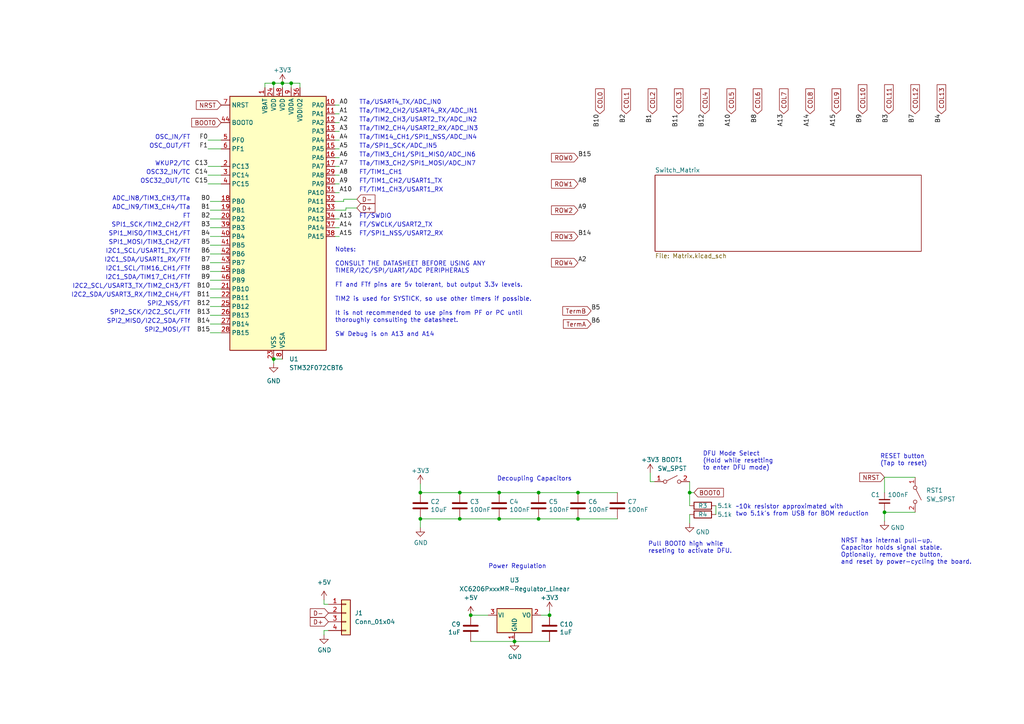
<source format=kicad_sch>
(kicad_sch
	(version 20231120)
	(generator "eeschema")
	(generator_version "8.0")
	(uuid "4d291fcf-fdf2-46ba-aa57-60bc75f9cc32")
	(paper "A4")
	(lib_symbols
		(symbol "Connector_Generic:Conn_01x04"
			(pin_names
				(offset 1.016) hide)
			(exclude_from_sim no)
			(in_bom yes)
			(on_board yes)
			(property "Reference" "J"
				(at 0 5.08 0)
				(effects
					(font
						(size 1.27 1.27)
					)
				)
			)
			(property "Value" "Conn_01x04"
				(at 0 -7.62 0)
				(effects
					(font
						(size 1.27 1.27)
					)
				)
			)
			(property "Footprint" ""
				(at 0 0 0)
				(effects
					(font
						(size 1.27 1.27)
					)
					(hide yes)
				)
			)
			(property "Datasheet" "~"
				(at 0 0 0)
				(effects
					(font
						(size 1.27 1.27)
					)
					(hide yes)
				)
			)
			(property "Description" "Generic connector, single row, 01x04, script generated (kicad-library-utils/schlib/autogen/connector/)"
				(at 0 0 0)
				(effects
					(font
						(size 1.27 1.27)
					)
					(hide yes)
				)
			)
			(property "ki_keywords" "connector"
				(at 0 0 0)
				(effects
					(font
						(size 1.27 1.27)
					)
					(hide yes)
				)
			)
			(property "ki_fp_filters" "Connector*:*_1x??_*"
				(at 0 0 0)
				(effects
					(font
						(size 1.27 1.27)
					)
					(hide yes)
				)
			)
			(symbol "Conn_01x04_1_1"
				(rectangle
					(start -1.27 -4.953)
					(end 0 -5.207)
					(stroke
						(width 0.1524)
						(type default)
					)
					(fill
						(type none)
					)
				)
				(rectangle
					(start -1.27 -2.413)
					(end 0 -2.667)
					(stroke
						(width 0.1524)
						(type default)
					)
					(fill
						(type none)
					)
				)
				(rectangle
					(start -1.27 0.127)
					(end 0 -0.127)
					(stroke
						(width 0.1524)
						(type default)
					)
					(fill
						(type none)
					)
				)
				(rectangle
					(start -1.27 2.667)
					(end 0 2.413)
					(stroke
						(width 0.1524)
						(type default)
					)
					(fill
						(type none)
					)
				)
				(rectangle
					(start -1.27 3.81)
					(end 1.27 -6.35)
					(stroke
						(width 0.254)
						(type default)
					)
					(fill
						(type background)
					)
				)
				(pin passive line
					(at -5.08 2.54 0)
					(length 3.81)
					(name "Pin_1"
						(effects
							(font
								(size 1.27 1.27)
							)
						)
					)
					(number "1"
						(effects
							(font
								(size 1.27 1.27)
							)
						)
					)
				)
				(pin passive line
					(at -5.08 0 0)
					(length 3.81)
					(name "Pin_2"
						(effects
							(font
								(size 1.27 1.27)
							)
						)
					)
					(number "2"
						(effects
							(font
								(size 1.27 1.27)
							)
						)
					)
				)
				(pin passive line
					(at -5.08 -2.54 0)
					(length 3.81)
					(name "Pin_3"
						(effects
							(font
								(size 1.27 1.27)
							)
						)
					)
					(number "3"
						(effects
							(font
								(size 1.27 1.27)
							)
						)
					)
				)
				(pin passive line
					(at -5.08 -5.08 0)
					(length 3.81)
					(name "Pin_4"
						(effects
							(font
								(size 1.27 1.27)
							)
						)
					)
					(number "4"
						(effects
							(font
								(size 1.27 1.27)
							)
						)
					)
				)
			)
		)
		(symbol "Device:C"
			(pin_numbers hide)
			(pin_names
				(offset 0.254)
			)
			(exclude_from_sim no)
			(in_bom yes)
			(on_board yes)
			(property "Reference" "C"
				(at 0.635 2.54 0)
				(effects
					(font
						(size 1.27 1.27)
					)
					(justify left)
				)
			)
			(property "Value" "C"
				(at 0.635 -2.54 0)
				(effects
					(font
						(size 1.27 1.27)
					)
					(justify left)
				)
			)
			(property "Footprint" ""
				(at 0.9652 -3.81 0)
				(effects
					(font
						(size 1.27 1.27)
					)
					(hide yes)
				)
			)
			(property "Datasheet" "~"
				(at 0 0 0)
				(effects
					(font
						(size 1.27 1.27)
					)
					(hide yes)
				)
			)
			(property "Description" "Unpolarized capacitor"
				(at 0 0 0)
				(effects
					(font
						(size 1.27 1.27)
					)
					(hide yes)
				)
			)
			(property "ki_keywords" "cap capacitor"
				(at 0 0 0)
				(effects
					(font
						(size 1.27 1.27)
					)
					(hide yes)
				)
			)
			(property "ki_fp_filters" "C_*"
				(at 0 0 0)
				(effects
					(font
						(size 1.27 1.27)
					)
					(hide yes)
				)
			)
			(symbol "C_0_1"
				(polyline
					(pts
						(xy -2.032 -0.762) (xy 2.032 -0.762)
					)
					(stroke
						(width 0.508)
						(type default)
					)
					(fill
						(type none)
					)
				)
				(polyline
					(pts
						(xy -2.032 0.762) (xy 2.032 0.762)
					)
					(stroke
						(width 0.508)
						(type default)
					)
					(fill
						(type none)
					)
				)
			)
			(symbol "C_1_1"
				(pin passive line
					(at 0 3.81 270)
					(length 2.794)
					(name "~"
						(effects
							(font
								(size 1.27 1.27)
							)
						)
					)
					(number "1"
						(effects
							(font
								(size 1.27 1.27)
							)
						)
					)
				)
				(pin passive line
					(at 0 -3.81 90)
					(length 2.794)
					(name "~"
						(effects
							(font
								(size 1.27 1.27)
							)
						)
					)
					(number "2"
						(effects
							(font
								(size 1.27 1.27)
							)
						)
					)
				)
			)
		)
		(symbol "Device:C_Small"
			(pin_numbers hide)
			(pin_names
				(offset 0.254) hide)
			(exclude_from_sim no)
			(in_bom yes)
			(on_board yes)
			(property "Reference" "C"
				(at 0.254 1.778 0)
				(effects
					(font
						(size 1.27 1.27)
					)
					(justify left)
				)
			)
			(property "Value" "C_Small"
				(at 0.254 -2.032 0)
				(effects
					(font
						(size 1.27 1.27)
					)
					(justify left)
				)
			)
			(property "Footprint" ""
				(at 0 0 0)
				(effects
					(font
						(size 1.27 1.27)
					)
					(hide yes)
				)
			)
			(property "Datasheet" "~"
				(at 0 0 0)
				(effects
					(font
						(size 1.27 1.27)
					)
					(hide yes)
				)
			)
			(property "Description" "Unpolarized capacitor, small symbol"
				(at 0 0 0)
				(effects
					(font
						(size 1.27 1.27)
					)
					(hide yes)
				)
			)
			(property "ki_keywords" "capacitor cap"
				(at 0 0 0)
				(effects
					(font
						(size 1.27 1.27)
					)
					(hide yes)
				)
			)
			(property "ki_fp_filters" "C_*"
				(at 0 0 0)
				(effects
					(font
						(size 1.27 1.27)
					)
					(hide yes)
				)
			)
			(symbol "C_Small_0_1"
				(polyline
					(pts
						(xy -1.524 -0.508) (xy 1.524 -0.508)
					)
					(stroke
						(width 0.3302)
						(type default)
					)
					(fill
						(type none)
					)
				)
				(polyline
					(pts
						(xy -1.524 0.508) (xy 1.524 0.508)
					)
					(stroke
						(width 0.3048)
						(type default)
					)
					(fill
						(type none)
					)
				)
			)
			(symbol "C_Small_1_1"
				(pin passive line
					(at 0 2.54 270)
					(length 2.032)
					(name "~"
						(effects
							(font
								(size 1.27 1.27)
							)
						)
					)
					(number "1"
						(effects
							(font
								(size 1.27 1.27)
							)
						)
					)
				)
				(pin passive line
					(at 0 -2.54 90)
					(length 2.032)
					(name "~"
						(effects
							(font
								(size 1.27 1.27)
							)
						)
					)
					(number "2"
						(effects
							(font
								(size 1.27 1.27)
							)
						)
					)
				)
			)
		)
		(symbol "Device:R"
			(pin_numbers hide)
			(pin_names
				(offset 0)
			)
			(exclude_from_sim no)
			(in_bom yes)
			(on_board yes)
			(property "Reference" "R"
				(at 2.032 0 90)
				(effects
					(font
						(size 1.27 1.27)
					)
				)
			)
			(property "Value" "R"
				(at 0 0 90)
				(effects
					(font
						(size 1.27 1.27)
					)
				)
			)
			(property "Footprint" ""
				(at -1.778 0 90)
				(effects
					(font
						(size 1.27 1.27)
					)
					(hide yes)
				)
			)
			(property "Datasheet" "~"
				(at 0 0 0)
				(effects
					(font
						(size 1.27 1.27)
					)
					(hide yes)
				)
			)
			(property "Description" "Resistor"
				(at 0 0 0)
				(effects
					(font
						(size 1.27 1.27)
					)
					(hide yes)
				)
			)
			(property "ki_keywords" "R res resistor"
				(at 0 0 0)
				(effects
					(font
						(size 1.27 1.27)
					)
					(hide yes)
				)
			)
			(property "ki_fp_filters" "R_*"
				(at 0 0 0)
				(effects
					(font
						(size 1.27 1.27)
					)
					(hide yes)
				)
			)
			(symbol "R_0_1"
				(rectangle
					(start -1.016 -2.54)
					(end 1.016 2.54)
					(stroke
						(width 0.254)
						(type default)
					)
					(fill
						(type none)
					)
				)
			)
			(symbol "R_1_1"
				(pin passive line
					(at 0 3.81 270)
					(length 1.27)
					(name "~"
						(effects
							(font
								(size 1.27 1.27)
							)
						)
					)
					(number "1"
						(effects
							(font
								(size 1.27 1.27)
							)
						)
					)
				)
				(pin passive line
					(at 0 -3.81 90)
					(length 1.27)
					(name "~"
						(effects
							(font
								(size 1.27 1.27)
							)
						)
					)
					(number "2"
						(effects
							(font
								(size 1.27 1.27)
							)
						)
					)
				)
			)
		)
		(symbol "MCU_ST_STM32F0:STM32F072CBTx"
			(exclude_from_sim no)
			(in_bom yes)
			(on_board yes)
			(property "Reference" "U"
				(at -12.7 39.37 0)
				(effects
					(font
						(size 1.27 1.27)
					)
					(justify left)
				)
			)
			(property "Value" "STM32F072CBTx"
				(at 10.16 39.37 0)
				(effects
					(font
						(size 1.27 1.27)
					)
					(justify left)
				)
			)
			(property "Footprint" "Package_QFP:LQFP-48_7x7mm_P0.5mm"
				(at -12.7 -35.56 0)
				(effects
					(font
						(size 1.27 1.27)
					)
					(justify right)
					(hide yes)
				)
			)
			(property "Datasheet" "https://www.st.com/resource/en/datasheet/stm32f072cb.pdf"
				(at 0 0 0)
				(effects
					(font
						(size 1.27 1.27)
					)
					(hide yes)
				)
			)
			(property "Description" "STMicroelectronics Arm Cortex-M0 MCU, 128KB flash, 16KB RAM, 48 MHz, 2.0-3.6V, 37 GPIO, LQFP48"
				(at 0 0 0)
				(effects
					(font
						(size 1.27 1.27)
					)
					(hide yes)
				)
			)
			(property "ki_locked" ""
				(at 0 0 0)
				(effects
					(font
						(size 1.27 1.27)
					)
				)
			)
			(property "ki_keywords" "Arm Cortex-M0 STM32F0 STM32F0x2"
				(at 0 0 0)
				(effects
					(font
						(size 1.27 1.27)
					)
					(hide yes)
				)
			)
			(property "ki_fp_filters" "LQFP*7x7mm*P0.5mm*"
				(at 0 0 0)
				(effects
					(font
						(size 1.27 1.27)
					)
					(hide yes)
				)
			)
			(symbol "STM32F072CBTx_0_1"
				(rectangle
					(start -12.7 -35.56)
					(end 15.24 38.1)
					(stroke
						(width 0.254)
						(type default)
					)
					(fill
						(type background)
					)
				)
			)
			(symbol "STM32F072CBTx_1_1"
				(pin power_in line
					(at -2.54 40.64 270)
					(length 2.54)
					(name "VBAT"
						(effects
							(font
								(size 1.27 1.27)
							)
						)
					)
					(number "1"
						(effects
							(font
								(size 1.27 1.27)
							)
						)
					)
				)
				(pin bidirectional line
					(at 17.78 35.56 180)
					(length 2.54)
					(name "PA0"
						(effects
							(font
								(size 1.27 1.27)
							)
						)
					)
					(number "10"
						(effects
							(font
								(size 1.27 1.27)
							)
						)
					)
					(alternate "ADC_IN0" bidirectional line)
					(alternate "COMP1_INM" bidirectional line)
					(alternate "COMP1_OUT" bidirectional line)
					(alternate "RTC_TAMP2" bidirectional line)
					(alternate "SYS_WKUP1" bidirectional line)
					(alternate "TIM2_CH1" bidirectional line)
					(alternate "TIM2_ETR" bidirectional line)
					(alternate "TSC_G1_IO1" bidirectional line)
					(alternate "USART2_CTS" bidirectional line)
					(alternate "USART4_TX" bidirectional line)
				)
				(pin bidirectional line
					(at 17.78 33.02 180)
					(length 2.54)
					(name "PA1"
						(effects
							(font
								(size 1.27 1.27)
							)
						)
					)
					(number "11"
						(effects
							(font
								(size 1.27 1.27)
							)
						)
					)
					(alternate "ADC_IN1" bidirectional line)
					(alternate "COMP1_INP" bidirectional line)
					(alternate "TIM15_CH1N" bidirectional line)
					(alternate "TIM2_CH2" bidirectional line)
					(alternate "TSC_G1_IO2" bidirectional line)
					(alternate "USART2_DE" bidirectional line)
					(alternate "USART2_RTS" bidirectional line)
					(alternate "USART4_RX" bidirectional line)
				)
				(pin bidirectional line
					(at 17.78 30.48 180)
					(length 2.54)
					(name "PA2"
						(effects
							(font
								(size 1.27 1.27)
							)
						)
					)
					(number "12"
						(effects
							(font
								(size 1.27 1.27)
							)
						)
					)
					(alternate "ADC_IN2" bidirectional line)
					(alternate "COMP2_INM" bidirectional line)
					(alternate "COMP2_OUT" bidirectional line)
					(alternate "SYS_WKUP4" bidirectional line)
					(alternate "TIM15_CH1" bidirectional line)
					(alternate "TIM2_CH3" bidirectional line)
					(alternate "TSC_G1_IO3" bidirectional line)
					(alternate "USART2_TX" bidirectional line)
				)
				(pin bidirectional line
					(at 17.78 27.94 180)
					(length 2.54)
					(name "PA3"
						(effects
							(font
								(size 1.27 1.27)
							)
						)
					)
					(number "13"
						(effects
							(font
								(size 1.27 1.27)
							)
						)
					)
					(alternate "ADC_IN3" bidirectional line)
					(alternate "COMP2_INP" bidirectional line)
					(alternate "TIM15_CH2" bidirectional line)
					(alternate "TIM2_CH4" bidirectional line)
					(alternate "TSC_G1_IO4" bidirectional line)
					(alternate "USART2_RX" bidirectional line)
				)
				(pin bidirectional line
					(at 17.78 25.4 180)
					(length 2.54)
					(name "PA4"
						(effects
							(font
								(size 1.27 1.27)
							)
						)
					)
					(number "14"
						(effects
							(font
								(size 1.27 1.27)
							)
						)
					)
					(alternate "ADC_IN4" bidirectional line)
					(alternate "COMP1_INM" bidirectional line)
					(alternate "COMP2_INM" bidirectional line)
					(alternate "DAC_OUT1" bidirectional line)
					(alternate "I2S1_WS" bidirectional line)
					(alternate "SPI1_NSS" bidirectional line)
					(alternate "TIM14_CH1" bidirectional line)
					(alternate "TSC_G2_IO1" bidirectional line)
					(alternate "USART2_CK" bidirectional line)
				)
				(pin bidirectional line
					(at 17.78 22.86 180)
					(length 2.54)
					(name "PA5"
						(effects
							(font
								(size 1.27 1.27)
							)
						)
					)
					(number "15"
						(effects
							(font
								(size 1.27 1.27)
							)
						)
					)
					(alternate "ADC_IN5" bidirectional line)
					(alternate "CEC" bidirectional line)
					(alternate "COMP1_INM" bidirectional line)
					(alternate "COMP2_INM" bidirectional line)
					(alternate "DAC_OUT2" bidirectional line)
					(alternate "I2S1_CK" bidirectional line)
					(alternate "SPI1_SCK" bidirectional line)
					(alternate "TIM2_CH1" bidirectional line)
					(alternate "TIM2_ETR" bidirectional line)
					(alternate "TSC_G2_IO2" bidirectional line)
				)
				(pin bidirectional line
					(at 17.78 20.32 180)
					(length 2.54)
					(name "PA6"
						(effects
							(font
								(size 1.27 1.27)
							)
						)
					)
					(number "16"
						(effects
							(font
								(size 1.27 1.27)
							)
						)
					)
					(alternate "ADC_IN6" bidirectional line)
					(alternate "COMP1_OUT" bidirectional line)
					(alternate "I2S1_MCK" bidirectional line)
					(alternate "SPI1_MISO" bidirectional line)
					(alternate "TIM16_CH1" bidirectional line)
					(alternate "TIM1_BKIN" bidirectional line)
					(alternate "TIM3_CH1" bidirectional line)
					(alternate "TSC_G2_IO3" bidirectional line)
					(alternate "USART3_CTS" bidirectional line)
				)
				(pin bidirectional line
					(at 17.78 17.78 180)
					(length 2.54)
					(name "PA7"
						(effects
							(font
								(size 1.27 1.27)
							)
						)
					)
					(number "17"
						(effects
							(font
								(size 1.27 1.27)
							)
						)
					)
					(alternate "ADC_IN7" bidirectional line)
					(alternate "COMP2_OUT" bidirectional line)
					(alternate "I2S1_SD" bidirectional line)
					(alternate "SPI1_MOSI" bidirectional line)
					(alternate "TIM14_CH1" bidirectional line)
					(alternate "TIM17_CH1" bidirectional line)
					(alternate "TIM1_CH1N" bidirectional line)
					(alternate "TIM3_CH2" bidirectional line)
					(alternate "TSC_G2_IO4" bidirectional line)
				)
				(pin bidirectional line
					(at -15.24 7.62 0)
					(length 2.54)
					(name "PB0"
						(effects
							(font
								(size 1.27 1.27)
							)
						)
					)
					(number "18"
						(effects
							(font
								(size 1.27 1.27)
							)
						)
					)
					(alternate "ADC_IN8" bidirectional line)
					(alternate "TIM1_CH2N" bidirectional line)
					(alternate "TIM3_CH3" bidirectional line)
					(alternate "TSC_G3_IO2" bidirectional line)
					(alternate "USART3_CK" bidirectional line)
				)
				(pin bidirectional line
					(at -15.24 5.08 0)
					(length 2.54)
					(name "PB1"
						(effects
							(font
								(size 1.27 1.27)
							)
						)
					)
					(number "19"
						(effects
							(font
								(size 1.27 1.27)
							)
						)
					)
					(alternate "ADC_IN9" bidirectional line)
					(alternate "TIM14_CH1" bidirectional line)
					(alternate "TIM1_CH3N" bidirectional line)
					(alternate "TIM3_CH4" bidirectional line)
					(alternate "TSC_G3_IO3" bidirectional line)
					(alternate "USART3_DE" bidirectional line)
					(alternate "USART3_RTS" bidirectional line)
				)
				(pin bidirectional line
					(at -15.24 17.78 0)
					(length 2.54)
					(name "PC13"
						(effects
							(font
								(size 1.27 1.27)
							)
						)
					)
					(number "2"
						(effects
							(font
								(size 1.27 1.27)
							)
						)
					)
					(alternate "RTC_OUT_ALARM" bidirectional line)
					(alternate "RTC_OUT_CALIB" bidirectional line)
					(alternate "RTC_TAMP1" bidirectional line)
					(alternate "RTC_TS" bidirectional line)
					(alternate "SYS_WKUP2" bidirectional line)
				)
				(pin bidirectional line
					(at -15.24 2.54 0)
					(length 2.54)
					(name "PB2"
						(effects
							(font
								(size 1.27 1.27)
							)
						)
					)
					(number "20"
						(effects
							(font
								(size 1.27 1.27)
							)
						)
					)
					(alternate "TSC_G3_IO4" bidirectional line)
				)
				(pin bidirectional line
					(at -15.24 -17.78 0)
					(length 2.54)
					(name "PB10"
						(effects
							(font
								(size 1.27 1.27)
							)
						)
					)
					(number "21"
						(effects
							(font
								(size 1.27 1.27)
							)
						)
					)
					(alternate "CEC" bidirectional line)
					(alternate "I2C2_SCL" bidirectional line)
					(alternate "I2S2_CK" bidirectional line)
					(alternate "SPI2_SCK" bidirectional line)
					(alternate "TIM2_CH3" bidirectional line)
					(alternate "TSC_SYNC" bidirectional line)
					(alternate "USART3_TX" bidirectional line)
				)
				(pin bidirectional line
					(at -15.24 -20.32 0)
					(length 2.54)
					(name "PB11"
						(effects
							(font
								(size 1.27 1.27)
							)
						)
					)
					(number "22"
						(effects
							(font
								(size 1.27 1.27)
							)
						)
					)
					(alternate "I2C2_SDA" bidirectional line)
					(alternate "TIM2_CH4" bidirectional line)
					(alternate "TSC_G6_IO1" bidirectional line)
					(alternate "USART3_RX" bidirectional line)
				)
				(pin power_in line
					(at 0 -38.1 90)
					(length 2.54)
					(name "VSS"
						(effects
							(font
								(size 1.27 1.27)
							)
						)
					)
					(number "23"
						(effects
							(font
								(size 1.27 1.27)
							)
						)
					)
				)
				(pin power_in line
					(at 0 40.64 270)
					(length 2.54)
					(name "VDD"
						(effects
							(font
								(size 1.27 1.27)
							)
						)
					)
					(number "24"
						(effects
							(font
								(size 1.27 1.27)
							)
						)
					)
				)
				(pin bidirectional line
					(at -15.24 -22.86 0)
					(length 2.54)
					(name "PB12"
						(effects
							(font
								(size 1.27 1.27)
							)
						)
					)
					(number "25"
						(effects
							(font
								(size 1.27 1.27)
							)
						)
					)
					(alternate "I2S2_WS" bidirectional line)
					(alternate "SPI2_NSS" bidirectional line)
					(alternate "TIM15_BKIN" bidirectional line)
					(alternate "TIM1_BKIN" bidirectional line)
					(alternate "TSC_G6_IO2" bidirectional line)
					(alternate "USART3_CK" bidirectional line)
				)
				(pin bidirectional line
					(at -15.24 -25.4 0)
					(length 2.54)
					(name "PB13"
						(effects
							(font
								(size 1.27 1.27)
							)
						)
					)
					(number "26"
						(effects
							(font
								(size 1.27 1.27)
							)
						)
					)
					(alternate "I2C2_SCL" bidirectional line)
					(alternate "I2S2_CK" bidirectional line)
					(alternate "SPI2_SCK" bidirectional line)
					(alternate "TIM1_CH1N" bidirectional line)
					(alternate "TSC_G6_IO3" bidirectional line)
					(alternate "USART3_CTS" bidirectional line)
				)
				(pin bidirectional line
					(at -15.24 -27.94 0)
					(length 2.54)
					(name "PB14"
						(effects
							(font
								(size 1.27 1.27)
							)
						)
					)
					(number "27"
						(effects
							(font
								(size 1.27 1.27)
							)
						)
					)
					(alternate "I2C2_SDA" bidirectional line)
					(alternate "I2S2_MCK" bidirectional line)
					(alternate "SPI2_MISO" bidirectional line)
					(alternate "TIM15_CH1" bidirectional line)
					(alternate "TIM1_CH2N" bidirectional line)
					(alternate "TSC_G6_IO4" bidirectional line)
					(alternate "USART3_DE" bidirectional line)
					(alternate "USART3_RTS" bidirectional line)
				)
				(pin bidirectional line
					(at -15.24 -30.48 0)
					(length 2.54)
					(name "PB15"
						(effects
							(font
								(size 1.27 1.27)
							)
						)
					)
					(number "28"
						(effects
							(font
								(size 1.27 1.27)
							)
						)
					)
					(alternate "I2S2_SD" bidirectional line)
					(alternate "RTC_REFIN" bidirectional line)
					(alternate "SPI2_MOSI" bidirectional line)
					(alternate "SYS_WKUP7" bidirectional line)
					(alternate "TIM15_CH1N" bidirectional line)
					(alternate "TIM15_CH2" bidirectional line)
					(alternate "TIM1_CH3N" bidirectional line)
				)
				(pin bidirectional line
					(at 17.78 15.24 180)
					(length 2.54)
					(name "PA8"
						(effects
							(font
								(size 1.27 1.27)
							)
						)
					)
					(number "29"
						(effects
							(font
								(size 1.27 1.27)
							)
						)
					)
					(alternate "CRS_SYNC" bidirectional line)
					(alternate "RCC_MCO" bidirectional line)
					(alternate "TIM1_CH1" bidirectional line)
					(alternate "USART1_CK" bidirectional line)
				)
				(pin bidirectional line
					(at -15.24 15.24 0)
					(length 2.54)
					(name "PC14"
						(effects
							(font
								(size 1.27 1.27)
							)
						)
					)
					(number "3"
						(effects
							(font
								(size 1.27 1.27)
							)
						)
					)
					(alternate "RCC_OSC32_IN" bidirectional line)
				)
				(pin bidirectional line
					(at 17.78 12.7 180)
					(length 2.54)
					(name "PA9"
						(effects
							(font
								(size 1.27 1.27)
							)
						)
					)
					(number "30"
						(effects
							(font
								(size 1.27 1.27)
							)
						)
					)
					(alternate "DAC_EXTI9" bidirectional line)
					(alternate "TIM15_BKIN" bidirectional line)
					(alternate "TIM1_CH2" bidirectional line)
					(alternate "TSC_G4_IO1" bidirectional line)
					(alternate "USART1_TX" bidirectional line)
				)
				(pin bidirectional line
					(at 17.78 10.16 180)
					(length 2.54)
					(name "PA10"
						(effects
							(font
								(size 1.27 1.27)
							)
						)
					)
					(number "31"
						(effects
							(font
								(size 1.27 1.27)
							)
						)
					)
					(alternate "TIM17_BKIN" bidirectional line)
					(alternate "TIM1_CH3" bidirectional line)
					(alternate "TSC_G4_IO2" bidirectional line)
					(alternate "USART1_RX" bidirectional line)
				)
				(pin bidirectional line
					(at 17.78 7.62 180)
					(length 2.54)
					(name "PA11"
						(effects
							(font
								(size 1.27 1.27)
							)
						)
					)
					(number "32"
						(effects
							(font
								(size 1.27 1.27)
							)
						)
					)
					(alternate "CAN_RX" bidirectional line)
					(alternate "COMP1_OUT" bidirectional line)
					(alternate "TIM1_CH4" bidirectional line)
					(alternate "TSC_G4_IO3" bidirectional line)
					(alternate "USART1_CTS" bidirectional line)
					(alternate "USB_DM" bidirectional line)
				)
				(pin bidirectional line
					(at 17.78 5.08 180)
					(length 2.54)
					(name "PA12"
						(effects
							(font
								(size 1.27 1.27)
							)
						)
					)
					(number "33"
						(effects
							(font
								(size 1.27 1.27)
							)
						)
					)
					(alternate "CAN_TX" bidirectional line)
					(alternate "COMP2_OUT" bidirectional line)
					(alternate "TIM1_ETR" bidirectional line)
					(alternate "TSC_G4_IO4" bidirectional line)
					(alternate "USART1_DE" bidirectional line)
					(alternate "USART1_RTS" bidirectional line)
					(alternate "USB_DP" bidirectional line)
				)
				(pin bidirectional line
					(at 17.78 2.54 180)
					(length 2.54)
					(name "PA13"
						(effects
							(font
								(size 1.27 1.27)
							)
						)
					)
					(number "34"
						(effects
							(font
								(size 1.27 1.27)
							)
						)
					)
					(alternate "IR_OUT" bidirectional line)
					(alternate "SYS_SWDIO" bidirectional line)
					(alternate "USB_NOE" bidirectional line)
				)
				(pin passive line
					(at 0 -38.1 90)
					(length 2.54) hide
					(name "VSS"
						(effects
							(font
								(size 1.27 1.27)
							)
						)
					)
					(number "35"
						(effects
							(font
								(size 1.27 1.27)
							)
						)
					)
				)
				(pin power_in line
					(at 7.62 40.64 270)
					(length 2.54)
					(name "VDDIO2"
						(effects
							(font
								(size 1.27 1.27)
							)
						)
					)
					(number "36"
						(effects
							(font
								(size 1.27 1.27)
							)
						)
					)
				)
				(pin bidirectional line
					(at 17.78 0 180)
					(length 2.54)
					(name "PA14"
						(effects
							(font
								(size 1.27 1.27)
							)
						)
					)
					(number "37"
						(effects
							(font
								(size 1.27 1.27)
							)
						)
					)
					(alternate "SYS_SWCLK" bidirectional line)
					(alternate "USART2_TX" bidirectional line)
				)
				(pin bidirectional line
					(at 17.78 -2.54 180)
					(length 2.54)
					(name "PA15"
						(effects
							(font
								(size 1.27 1.27)
							)
						)
					)
					(number "38"
						(effects
							(font
								(size 1.27 1.27)
							)
						)
					)
					(alternate "I2S1_WS" bidirectional line)
					(alternate "SPI1_NSS" bidirectional line)
					(alternate "TIM2_CH1" bidirectional line)
					(alternate "TIM2_ETR" bidirectional line)
					(alternate "USART2_RX" bidirectional line)
					(alternate "USART4_DE" bidirectional line)
					(alternate "USART4_RTS" bidirectional line)
				)
				(pin bidirectional line
					(at -15.24 0 0)
					(length 2.54)
					(name "PB3"
						(effects
							(font
								(size 1.27 1.27)
							)
						)
					)
					(number "39"
						(effects
							(font
								(size 1.27 1.27)
							)
						)
					)
					(alternate "I2S1_CK" bidirectional line)
					(alternate "SPI1_SCK" bidirectional line)
					(alternate "TIM2_CH2" bidirectional line)
					(alternate "TSC_G5_IO1" bidirectional line)
				)
				(pin bidirectional line
					(at -15.24 12.7 0)
					(length 2.54)
					(name "PC15"
						(effects
							(font
								(size 1.27 1.27)
							)
						)
					)
					(number "4"
						(effects
							(font
								(size 1.27 1.27)
							)
						)
					)
					(alternate "RCC_OSC32_OUT" bidirectional line)
				)
				(pin bidirectional line
					(at -15.24 -2.54 0)
					(length 2.54)
					(name "PB4"
						(effects
							(font
								(size 1.27 1.27)
							)
						)
					)
					(number "40"
						(effects
							(font
								(size 1.27 1.27)
							)
						)
					)
					(alternate "I2S1_MCK" bidirectional line)
					(alternate "SPI1_MISO" bidirectional line)
					(alternate "TIM17_BKIN" bidirectional line)
					(alternate "TIM3_CH1" bidirectional line)
					(alternate "TSC_G5_IO2" bidirectional line)
				)
				(pin bidirectional line
					(at -15.24 -5.08 0)
					(length 2.54)
					(name "PB5"
						(effects
							(font
								(size 1.27 1.27)
							)
						)
					)
					(number "41"
						(effects
							(font
								(size 1.27 1.27)
							)
						)
					)
					(alternate "I2C1_SMBA" bidirectional line)
					(alternate "I2S1_SD" bidirectional line)
					(alternate "SPI1_MOSI" bidirectional line)
					(alternate "SYS_WKUP6" bidirectional line)
					(alternate "TIM16_BKIN" bidirectional line)
					(alternate "TIM3_CH2" bidirectional line)
				)
				(pin bidirectional line
					(at -15.24 -7.62 0)
					(length 2.54)
					(name "PB6"
						(effects
							(font
								(size 1.27 1.27)
							)
						)
					)
					(number "42"
						(effects
							(font
								(size 1.27 1.27)
							)
						)
					)
					(alternate "I2C1_SCL" bidirectional line)
					(alternate "TIM16_CH1N" bidirectional line)
					(alternate "TSC_G5_IO3" bidirectional line)
					(alternate "USART1_TX" bidirectional line)
				)
				(pin bidirectional line
					(at -15.24 -10.16 0)
					(length 2.54)
					(name "PB7"
						(effects
							(font
								(size 1.27 1.27)
							)
						)
					)
					(number "43"
						(effects
							(font
								(size 1.27 1.27)
							)
						)
					)
					(alternate "I2C1_SDA" bidirectional line)
					(alternate "TIM17_CH1N" bidirectional line)
					(alternate "TSC_G5_IO4" bidirectional line)
					(alternate "USART1_RX" bidirectional line)
					(alternate "USART4_CTS" bidirectional line)
				)
				(pin input line
					(at -15.24 30.48 0)
					(length 2.54)
					(name "BOOT0"
						(effects
							(font
								(size 1.27 1.27)
							)
						)
					)
					(number "44"
						(effects
							(font
								(size 1.27 1.27)
							)
						)
					)
				)
				(pin bidirectional line
					(at -15.24 -12.7 0)
					(length 2.54)
					(name "PB8"
						(effects
							(font
								(size 1.27 1.27)
							)
						)
					)
					(number "45"
						(effects
							(font
								(size 1.27 1.27)
							)
						)
					)
					(alternate "CAN_RX" bidirectional line)
					(alternate "CEC" bidirectional line)
					(alternate "I2C1_SCL" bidirectional line)
					(alternate "TIM16_CH1" bidirectional line)
					(alternate "TSC_SYNC" bidirectional line)
				)
				(pin bidirectional line
					(at -15.24 -15.24 0)
					(length 2.54)
					(name "PB9"
						(effects
							(font
								(size 1.27 1.27)
							)
						)
					)
					(number "46"
						(effects
							(font
								(size 1.27 1.27)
							)
						)
					)
					(alternate "CAN_TX" bidirectional line)
					(alternate "DAC_EXTI9" bidirectional line)
					(alternate "I2C1_SDA" bidirectional line)
					(alternate "I2S2_WS" bidirectional line)
					(alternate "IR_OUT" bidirectional line)
					(alternate "SPI2_NSS" bidirectional line)
					(alternate "TIM17_CH1" bidirectional line)
				)
				(pin passive line
					(at 0 -38.1 90)
					(length 2.54) hide
					(name "VSS"
						(effects
							(font
								(size 1.27 1.27)
							)
						)
					)
					(number "47"
						(effects
							(font
								(size 1.27 1.27)
							)
						)
					)
				)
				(pin power_in line
					(at 2.54 40.64 270)
					(length 2.54)
					(name "VDD"
						(effects
							(font
								(size 1.27 1.27)
							)
						)
					)
					(number "48"
						(effects
							(font
								(size 1.27 1.27)
							)
						)
					)
				)
				(pin bidirectional line
					(at -15.24 25.4 0)
					(length 2.54)
					(name "PF0"
						(effects
							(font
								(size 1.27 1.27)
							)
						)
					)
					(number "5"
						(effects
							(font
								(size 1.27 1.27)
							)
						)
					)
					(alternate "CRS_SYNC" bidirectional line)
					(alternate "RCC_OSC_IN" bidirectional line)
				)
				(pin bidirectional line
					(at -15.24 22.86 0)
					(length 2.54)
					(name "PF1"
						(effects
							(font
								(size 1.27 1.27)
							)
						)
					)
					(number "6"
						(effects
							(font
								(size 1.27 1.27)
							)
						)
					)
					(alternate "RCC_OSC_OUT" bidirectional line)
				)
				(pin input line
					(at -15.24 35.56 0)
					(length 2.54)
					(name "NRST"
						(effects
							(font
								(size 1.27 1.27)
							)
						)
					)
					(number "7"
						(effects
							(font
								(size 1.27 1.27)
							)
						)
					)
				)
				(pin power_in line
					(at 2.54 -38.1 90)
					(length 2.54)
					(name "VSSA"
						(effects
							(font
								(size 1.27 1.27)
							)
						)
					)
					(number "8"
						(effects
							(font
								(size 1.27 1.27)
							)
						)
					)
				)
				(pin power_in line
					(at 5.08 40.64 270)
					(length 2.54)
					(name "VDDA"
						(effects
							(font
								(size 1.27 1.27)
							)
						)
					)
					(number "9"
						(effects
							(font
								(size 1.27 1.27)
							)
						)
					)
				)
			)
		)
		(symbol "Switch:SW_SPST"
			(pin_names
				(offset 0) hide)
			(exclude_from_sim no)
			(in_bom yes)
			(on_board yes)
			(property "Reference" "SW"
				(at 0 3.175 0)
				(effects
					(font
						(size 1.27 1.27)
					)
				)
			)
			(property "Value" "SW_SPST"
				(at 0 -2.54 0)
				(effects
					(font
						(size 1.27 1.27)
					)
				)
			)
			(property "Footprint" ""
				(at 0 0 0)
				(effects
					(font
						(size 1.27 1.27)
					)
					(hide yes)
				)
			)
			(property "Datasheet" "~"
				(at 0 0 0)
				(effects
					(font
						(size 1.27 1.27)
					)
					(hide yes)
				)
			)
			(property "Description" "Single Pole Single Throw (SPST) switch"
				(at 0 0 0)
				(effects
					(font
						(size 1.27 1.27)
					)
					(hide yes)
				)
			)
			(property "ki_keywords" "switch lever"
				(at 0 0 0)
				(effects
					(font
						(size 1.27 1.27)
					)
					(hide yes)
				)
			)
			(symbol "SW_SPST_0_0"
				(circle
					(center -2.032 0)
					(radius 0.508)
					(stroke
						(width 0)
						(type default)
					)
					(fill
						(type none)
					)
				)
				(polyline
					(pts
						(xy -1.524 0.254) (xy 1.524 1.778)
					)
					(stroke
						(width 0)
						(type default)
					)
					(fill
						(type none)
					)
				)
				(circle
					(center 2.032 0)
					(radius 0.508)
					(stroke
						(width 0)
						(type default)
					)
					(fill
						(type none)
					)
				)
			)
			(symbol "SW_SPST_1_1"
				(pin passive line
					(at -5.08 0 0)
					(length 2.54)
					(name "A"
						(effects
							(font
								(size 1.27 1.27)
							)
						)
					)
					(number "1"
						(effects
							(font
								(size 1.27 1.27)
							)
						)
					)
				)
				(pin passive line
					(at 5.08 0 180)
					(length 2.54)
					(name "B"
						(effects
							(font
								(size 1.27 1.27)
							)
						)
					)
					(number "2"
						(effects
							(font
								(size 1.27 1.27)
							)
						)
					)
				)
			)
		)
		(symbol "kicad-keyboard-parts:XC6206PxxxMR-Regulator_Linear"
			(pin_names
				(offset 0.254)
			)
			(exclude_from_sim no)
			(in_bom yes)
			(on_board yes)
			(property "Reference" "U"
				(at -3.81 3.175 0)
				(effects
					(font
						(size 1.27 1.27)
					)
				)
			)
			(property "Value" "XC6206PxxxMR-Regulator_Linear"
				(at 0 3.175 0)
				(effects
					(font
						(size 1.27 1.27)
					)
					(justify left)
				)
			)
			(property "Footprint" "Package_TO_SOT_SMD:SOT-23"
				(at 0 5.715 0)
				(effects
					(font
						(size 1.27 1.27)
						(italic yes)
					)
					(hide yes)
				)
			)
			(property "Datasheet" "https://www.torexsemi.com/file/xc6206/XC6206.pdf"
				(at 0 0 0)
				(effects
					(font
						(size 1.27 1.27)
					)
					(hide yes)
				)
			)
			(property "Description" "SMD LDO regulator family"
				(at 0 0 0)
				(effects
					(font
						(size 1.27 1.27)
					)
					(hide yes)
				)
			)
			(property "LCSC" "C5446"
				(at 0 0 0)
				(effects
					(font
						(size 1.27 1.27)
					)
				)
			)
			(property "ki_keywords" "LDO voltage regulator"
				(at 0 0 0)
				(effects
					(font
						(size 1.27 1.27)
					)
					(hide yes)
				)
			)
			(property "ki_fp_filters" "SOT?23*"
				(at 0 0 0)
				(effects
					(font
						(size 1.27 1.27)
					)
					(hide yes)
				)
			)
			(symbol "XC6206PxxxMR-Regulator_Linear_0_1"
				(rectangle
					(start -5.08 1.905)
					(end 5.08 -5.08)
					(stroke
						(width 0.254)
						(type default)
					)
					(fill
						(type background)
					)
				)
			)
			(symbol "XC6206PxxxMR-Regulator_Linear_1_1"
				(pin power_in line
					(at 0 -7.62 90)
					(length 2.54)
					(name "GND"
						(effects
							(font
								(size 1.27 1.27)
							)
						)
					)
					(number "1"
						(effects
							(font
								(size 1.27 1.27)
							)
						)
					)
				)
				(pin power_out line
					(at 7.62 0 180)
					(length 2.54)
					(name "VO"
						(effects
							(font
								(size 1.27 1.27)
							)
						)
					)
					(number "2"
						(effects
							(font
								(size 1.27 1.27)
							)
						)
					)
				)
				(pin power_in line
					(at -7.62 0 0)
					(length 2.54)
					(name "VI"
						(effects
							(font
								(size 1.27 1.27)
							)
						)
					)
					(number "3"
						(effects
							(font
								(size 1.27 1.27)
							)
						)
					)
				)
			)
		)
		(symbol "power:+3V3"
			(power)
			(pin_names
				(offset 0)
			)
			(exclude_from_sim no)
			(in_bom yes)
			(on_board yes)
			(property "Reference" "#PWR"
				(at 0 -3.81 0)
				(effects
					(font
						(size 1.27 1.27)
					)
					(hide yes)
				)
			)
			(property "Value" "+3V3"
				(at 0 3.556 0)
				(effects
					(font
						(size 1.27 1.27)
					)
				)
			)
			(property "Footprint" ""
				(at 0 0 0)
				(effects
					(font
						(size 1.27 1.27)
					)
					(hide yes)
				)
			)
			(property "Datasheet" ""
				(at 0 0 0)
				(effects
					(font
						(size 1.27 1.27)
					)
					(hide yes)
				)
			)
			(property "Description" "Power symbol creates a global label with name \"+3V3\""
				(at 0 0 0)
				(effects
					(font
						(size 1.27 1.27)
					)
					(hide yes)
				)
			)
			(property "ki_keywords" "global power"
				(at 0 0 0)
				(effects
					(font
						(size 1.27 1.27)
					)
					(hide yes)
				)
			)
			(symbol "+3V3_0_1"
				(polyline
					(pts
						(xy -0.762 1.27) (xy 0 2.54)
					)
					(stroke
						(width 0)
						(type default)
					)
					(fill
						(type none)
					)
				)
				(polyline
					(pts
						(xy 0 0) (xy 0 2.54)
					)
					(stroke
						(width 0)
						(type default)
					)
					(fill
						(type none)
					)
				)
				(polyline
					(pts
						(xy 0 2.54) (xy 0.762 1.27)
					)
					(stroke
						(width 0)
						(type default)
					)
					(fill
						(type none)
					)
				)
			)
			(symbol "+3V3_1_1"
				(pin power_in line
					(at 0 0 90)
					(length 0) hide
					(name "+3V3"
						(effects
							(font
								(size 1.27 1.27)
							)
						)
					)
					(number "1"
						(effects
							(font
								(size 1.27 1.27)
							)
						)
					)
				)
			)
		)
		(symbol "power:+5V"
			(power)
			(pin_names
				(offset 0)
			)
			(exclude_from_sim no)
			(in_bom yes)
			(on_board yes)
			(property "Reference" "#PWR"
				(at 0 -3.81 0)
				(effects
					(font
						(size 1.27 1.27)
					)
					(hide yes)
				)
			)
			(property "Value" "+5V"
				(at 0 3.556 0)
				(effects
					(font
						(size 1.27 1.27)
					)
				)
			)
			(property "Footprint" ""
				(at 0 0 0)
				(effects
					(font
						(size 1.27 1.27)
					)
					(hide yes)
				)
			)
			(property "Datasheet" ""
				(at 0 0 0)
				(effects
					(font
						(size 1.27 1.27)
					)
					(hide yes)
				)
			)
			(property "Description" "Power symbol creates a global label with name \"+5V\""
				(at 0 0 0)
				(effects
					(font
						(size 1.27 1.27)
					)
					(hide yes)
				)
			)
			(property "ki_keywords" "power-flag"
				(at 0 0 0)
				(effects
					(font
						(size 1.27 1.27)
					)
					(hide yes)
				)
			)
			(symbol "+5V_0_1"
				(polyline
					(pts
						(xy -0.762 1.27) (xy 0 2.54)
					)
					(stroke
						(width 0)
						(type default)
					)
					(fill
						(type none)
					)
				)
				(polyline
					(pts
						(xy 0 0) (xy 0 2.54)
					)
					(stroke
						(width 0)
						(type default)
					)
					(fill
						(type none)
					)
				)
				(polyline
					(pts
						(xy 0 2.54) (xy 0.762 1.27)
					)
					(stroke
						(width 0)
						(type default)
					)
					(fill
						(type none)
					)
				)
			)
			(symbol "+5V_1_1"
				(pin power_in line
					(at 0 0 90)
					(length 0) hide
					(name "+5V"
						(effects
							(font
								(size 1.27 1.27)
							)
						)
					)
					(number "1"
						(effects
							(font
								(size 1.27 1.27)
							)
						)
					)
				)
			)
		)
		(symbol "power:GND"
			(power)
			(pin_names
				(offset 0)
			)
			(exclude_from_sim no)
			(in_bom yes)
			(on_board yes)
			(property "Reference" "#PWR"
				(at 0 -6.35 0)
				(effects
					(font
						(size 1.27 1.27)
					)
					(hide yes)
				)
			)
			(property "Value" "GND"
				(at 0 -3.81 0)
				(effects
					(font
						(size 1.27 1.27)
					)
				)
			)
			(property "Footprint" ""
				(at 0 0 0)
				(effects
					(font
						(size 1.27 1.27)
					)
					(hide yes)
				)
			)
			(property "Datasheet" ""
				(at 0 0 0)
				(effects
					(font
						(size 1.27 1.27)
					)
					(hide yes)
				)
			)
			(property "Description" "Power symbol creates a global label with name \"GND\" , ground"
				(at 0 0 0)
				(effects
					(font
						(size 1.27 1.27)
					)
					(hide yes)
				)
			)
			(property "ki_keywords" "global power"
				(at 0 0 0)
				(effects
					(font
						(size 1.27 1.27)
					)
					(hide yes)
				)
			)
			(symbol "GND_0_1"
				(polyline
					(pts
						(xy 0 0) (xy 0 -1.27) (xy 1.27 -1.27) (xy 0 -2.54) (xy -1.27 -1.27) (xy 0 -1.27)
					)
					(stroke
						(width 0)
						(type default)
					)
					(fill
						(type none)
					)
				)
			)
			(symbol "GND_1_1"
				(pin power_in line
					(at 0 0 270)
					(length 0) hide
					(name "GND"
						(effects
							(font
								(size 1.27 1.27)
							)
						)
					)
					(number "1"
						(effects
							(font
								(size 1.27 1.27)
							)
						)
					)
				)
			)
		)
	)
	(junction
		(at 200.025 142.875)
		(diameter 0)
		(color 0 0 0 0)
		(uuid "0d582eac-b1ed-4447-a35e-576e8cb16b42")
	)
	(junction
		(at 81.915 24.13)
		(diameter 0)
		(color 0 0 0 0)
		(uuid "189312bf-8f29-47d4-9d40-19685f452270")
	)
	(junction
		(at 159.385 178.435)
		(diameter 0)
		(color 0 0 0 0)
		(uuid "3b3b1bbf-6948-4040-9950-7c122605b5c7")
	)
	(junction
		(at 79.375 24.13)
		(diameter 0)
		(color 0 0 0 0)
		(uuid "41b6716a-80d7-44c2-8efc-60d43f0d811c")
	)
	(junction
		(at 156.21 150.495)
		(diameter 0)
		(color 0 0 0 0)
		(uuid "61f46c0a-c845-4f50-8919-6ca0a47d94ac")
	)
	(junction
		(at 136.525 178.435)
		(diameter 0)
		(color 0 0 0 0)
		(uuid "6b464e8c-5f22-41be-b992-6092fd710d33")
	)
	(junction
		(at 156.21 142.875)
		(diameter 0)
		(color 0 0 0 0)
		(uuid "7597dedc-ccd7-45fa-9430-04cda15c11ff")
	)
	(junction
		(at 121.92 150.495)
		(diameter 0)
		(color 0 0 0 0)
		(uuid "7c46697d-f689-4c14-b89d-82fa52e45685")
	)
	(junction
		(at 149.225 186.055)
		(diameter 0.9144)
		(color 0 0 0 0)
		(uuid "891a5dee-c9a0-407f-9eb2-eae54d1db90e")
	)
	(junction
		(at 256.54 148.59)
		(diameter 0)
		(color 0 0 0 0)
		(uuid "8f8e821d-0ee1-476d-8a42-c5d8044d50b2")
	)
	(junction
		(at 121.92 142.875)
		(diameter 0)
		(color 0 0 0 0)
		(uuid "900ce1d7-67de-49cb-b84b-93d2dc376c5a")
	)
	(junction
		(at 79.375 104.14)
		(diameter 0)
		(color 0 0 0 0)
		(uuid "91674640-c3d1-4aac-896b-c10152ea8ca8")
	)
	(junction
		(at 144.78 150.495)
		(diameter 0)
		(color 0 0 0 0)
		(uuid "a0ade3a8-8c84-4760-ae6f-51d1f1a5ac6b")
	)
	(junction
		(at 133.35 150.495)
		(diameter 0)
		(color 0 0 0 0)
		(uuid "a421f12a-276a-4f4e-8bfa-d090edc3cdda")
	)
	(junction
		(at 167.64 150.495)
		(diameter 0)
		(color 0 0 0 0)
		(uuid "af87b937-6aad-4cbb-8db0-fed9bdb4695f")
	)
	(junction
		(at 167.64 142.875)
		(diameter 0)
		(color 0 0 0 0)
		(uuid "b47a9e29-63d5-4051-8245-cf15b9636b1b")
	)
	(junction
		(at 144.78 142.875)
		(diameter 0)
		(color 0 0 0 0)
		(uuid "cc35b1c4-ef12-4b47-8cf9-bbdd75d1d43d")
	)
	(junction
		(at 133.35 142.875)
		(diameter 0)
		(color 0 0 0 0)
		(uuid "fdc802e7-45e5-4912-884c-5bca2f6f87c2")
	)
	(junction
		(at 84.455 24.13)
		(diameter 0)
		(color 0 0 0 0)
		(uuid "feb8f8cc-0566-42a7-8cdb-aa6173bb4914")
	)
	(wire
		(pts
			(xy 167.64 150.495) (xy 179.07 150.495)
		)
		(stroke
			(width 0)
			(type default)
		)
		(uuid "0ac80ea3-634b-40f8-b7b7-ef4795b2c757")
	)
	(wire
		(pts
			(xy 60.96 76.2) (xy 64.135 76.2)
		)
		(stroke
			(width 0)
			(type default)
		)
		(uuid "13c6490b-0704-4dc8-8185-c374ebf87b6d")
	)
	(wire
		(pts
			(xy 98.425 40.64) (xy 97.155 40.64)
		)
		(stroke
			(width 0)
			(type default)
		)
		(uuid "1690575d-728a-462d-9428-f07cd39f2f0f")
	)
	(wire
		(pts
			(xy 60.96 60.96) (xy 64.135 60.96)
		)
		(stroke
			(width 0)
			(type default)
		)
		(uuid "2033c5cf-7dbf-4a06-9125-fbc7ea2308e4")
	)
	(wire
		(pts
			(xy 86.995 24.13) (xy 86.995 25.4)
		)
		(stroke
			(width 0)
			(type default)
		)
		(uuid "21e9dd64-5b52-45a5-a3a5-1bb2f2984515")
	)
	(wire
		(pts
			(xy 98.425 53.34) (xy 97.155 53.34)
		)
		(stroke
			(width 0)
			(type default)
		)
		(uuid "2754a820-687a-4dab-a2b2-37b4831f5727")
	)
	(wire
		(pts
			(xy 144.78 150.495) (xy 133.35 150.495)
		)
		(stroke
			(width 0)
			(type default)
		)
		(uuid "2b058ba9-24f4-467e-8b93-9cdb05c6d6ad")
	)
	(wire
		(pts
			(xy 98.425 48.26) (xy 97.155 48.26)
		)
		(stroke
			(width 0)
			(type default)
		)
		(uuid "2d8985c3-ef88-421d-9aea-636378271c14")
	)
	(wire
		(pts
			(xy 189.865 139.7) (xy 188.595 139.7)
		)
		(stroke
			(width 0)
			(type default)
		)
		(uuid "2e7a9314-30b2-4963-bb47-1b3eb0f6290d")
	)
	(wire
		(pts
			(xy 84.455 24.13) (xy 84.455 25.4)
		)
		(stroke
			(width 0)
			(type default)
		)
		(uuid "3435a30d-788c-4a02-a766-254868d99ac8")
	)
	(wire
		(pts
			(xy 98.425 35.56) (xy 97.155 35.56)
		)
		(stroke
			(width 0)
			(type default)
		)
		(uuid "38b1e880-e89c-46c3-b488-af0e701bc953")
	)
	(wire
		(pts
			(xy 144.78 142.875) (xy 133.35 142.875)
		)
		(stroke
			(width 0)
			(type default)
		)
		(uuid "3a98605d-27d4-4fbd-a3b7-e2b5f288d3d8")
	)
	(wire
		(pts
			(xy 60.96 63.5) (xy 64.135 63.5)
		)
		(stroke
			(width 0)
			(type default)
		)
		(uuid "3b3a35dd-2ffd-43ac-aa43-0c58546a17fd")
	)
	(wire
		(pts
			(xy 84.455 24.13) (xy 86.995 24.13)
		)
		(stroke
			(width 0)
			(type default)
		)
		(uuid "3d21e72a-1540-44cb-8005-66c0db72682a")
	)
	(wire
		(pts
			(xy 200.025 142.875) (xy 201.295 142.875)
		)
		(stroke
			(width 0)
			(type default)
		)
		(uuid "3d30319a-5981-41f5-a950-bb92161be736")
	)
	(wire
		(pts
			(xy 93.98 184.15) (xy 93.98 182.88)
		)
		(stroke
			(width 0)
			(type default)
		)
		(uuid "3d5c1f61-c377-48c5-a771-9654f4dc6745")
	)
	(wire
		(pts
			(xy 60.96 78.74) (xy 64.135 78.74)
		)
		(stroke
			(width 0)
			(type default)
		)
		(uuid "3f027cae-82e7-46a1-9801-354db173433f")
	)
	(wire
		(pts
			(xy 79.375 24.13) (xy 79.375 25.4)
		)
		(stroke
			(width 0)
			(type default)
		)
		(uuid "3fe5c13e-8b9c-44a2-a2dd-63e37b2b253c")
	)
	(wire
		(pts
			(xy 149.225 186.055) (xy 159.385 186.055)
		)
		(stroke
			(width 0)
			(type solid)
		)
		(uuid "44da83d5-0a43-4457-b937-0f11a3eda32f")
	)
	(wire
		(pts
			(xy 60.96 93.98) (xy 64.135 93.98)
		)
		(stroke
			(width 0)
			(type default)
		)
		(uuid "4697da2c-46e7-4656-bf69-78f71c76002b")
	)
	(wire
		(pts
			(xy 79.375 105.41) (xy 79.375 104.14)
		)
		(stroke
			(width 0)
			(type default)
		)
		(uuid "46d0faa9-92bc-488f-9bdf-79e2403672c7")
	)
	(wire
		(pts
			(xy 60.96 83.82) (xy 64.135 83.82)
		)
		(stroke
			(width 0)
			(type default)
		)
		(uuid "4c175a25-64e8-453d-a2f5-1fb80fc7e8a3")
	)
	(wire
		(pts
			(xy 98.425 38.1) (xy 97.155 38.1)
		)
		(stroke
			(width 0)
			(type default)
		)
		(uuid "4f5eecce-38eb-4130-9351-5a6a7cb5cb5f")
	)
	(wire
		(pts
			(xy 256.54 151.13) (xy 256.54 148.59)
		)
		(stroke
			(width 0)
			(type default)
		)
		(uuid "50c761e3-a210-49e1-a41c-bf5110c3eb8d")
	)
	(wire
		(pts
			(xy 60.96 73.66) (xy 64.135 73.66)
		)
		(stroke
			(width 0)
			(type default)
		)
		(uuid "56203fb7-e324-40c8-aeba-7f139f0c45ff")
	)
	(wire
		(pts
			(xy 136.525 178.435) (xy 141.605 178.435)
		)
		(stroke
			(width 0)
			(type solid)
		)
		(uuid "56f9554b-944c-4c2b-a888-041f12841687")
	)
	(wire
		(pts
			(xy 207.645 146.685) (xy 207.645 149.225)
		)
		(stroke
			(width 0)
			(type default)
		)
		(uuid "57b376ed-9769-4320-abbd-a312b74906ec")
	)
	(wire
		(pts
			(xy 156.21 142.875) (xy 167.64 142.875)
		)
		(stroke
			(width 0)
			(type default)
		)
		(uuid "59d65ca9-48f3-48b7-9d30-02e5aae2adc9")
	)
	(wire
		(pts
			(xy 98.425 63.5) (xy 97.155 63.5)
		)
		(stroke
			(width 0)
			(type default)
		)
		(uuid "5a340498-643d-487a-b5f1-7651caff6437")
	)
	(wire
		(pts
			(xy 60.96 71.12) (xy 64.135 71.12)
		)
		(stroke
			(width 0)
			(type default)
		)
		(uuid "5c48aa97-076c-43d5-88be-62691c0de601")
	)
	(wire
		(pts
			(xy 93.98 173.99) (xy 93.98 175.26)
		)
		(stroke
			(width 0)
			(type default)
		)
		(uuid "603fb110-08ed-44ec-9406-85440b3cac45")
	)
	(wire
		(pts
			(xy 188.595 139.7) (xy 188.595 137.16)
		)
		(stroke
			(width 0)
			(type default)
		)
		(uuid "62c9d6dd-4adc-4ec2-8f67-6d54e9680dfd")
	)
	(wire
		(pts
			(xy 100.33 60.325) (xy 100.33 60.96)
		)
		(stroke
			(width 0)
			(type default)
		)
		(uuid "6514603b-6400-49e0-999e-c4ea7b42afa8")
	)
	(wire
		(pts
			(xy 60.96 66.04) (xy 64.135 66.04)
		)
		(stroke
			(width 0)
			(type default)
		)
		(uuid "6580b4e3-60b7-4b26-bb91-00ca5cefc788")
	)
	(wire
		(pts
			(xy 76.835 24.13) (xy 76.835 25.4)
		)
		(stroke
			(width 0)
			(type default)
		)
		(uuid "66e47137-d5c8-4177-b54a-0e70c3292dc8")
	)
	(wire
		(pts
			(xy 98.425 43.18) (xy 97.155 43.18)
		)
		(stroke
			(width 0)
			(type default)
		)
		(uuid "6dc07eff-9e6b-4860-978b-9ce47e4e6289")
	)
	(wire
		(pts
			(xy 60.96 91.44) (xy 64.135 91.44)
		)
		(stroke
			(width 0)
			(type default)
		)
		(uuid "6e825841-b76a-454c-91c1-35983b9e219d")
	)
	(wire
		(pts
			(xy 256.54 138.43) (xy 265.43 138.43)
		)
		(stroke
			(width 0)
			(type default)
		)
		(uuid "74c61f5f-db7a-4aed-bffa-584e7b6f2398")
	)
	(wire
		(pts
			(xy 156.845 178.435) (xy 159.385 178.435)
		)
		(stroke
			(width 0)
			(type solid)
		)
		(uuid "774cd4ca-9949-4005-a420-da9057a05c62")
	)
	(wire
		(pts
			(xy 144.78 142.875) (xy 156.21 142.875)
		)
		(stroke
			(width 0)
			(type default)
		)
		(uuid "77d46568-cbbe-4bb9-a4e3-68f61febc5e7")
	)
	(wire
		(pts
			(xy 98.425 45.72) (xy 97.155 45.72)
		)
		(stroke
			(width 0)
			(type default)
		)
		(uuid "78a17895-0619-4c47-9ba1-ee70e6f86c92")
	)
	(wire
		(pts
			(xy 200.025 139.7) (xy 200.025 142.875)
		)
		(stroke
			(width 0)
			(type default)
		)
		(uuid "79d3457b-f13d-4e7a-8751-77af9dab02a4")
	)
	(wire
		(pts
			(xy 84.455 24.13) (xy 81.915 24.13)
		)
		(stroke
			(width 0)
			(type default)
		)
		(uuid "7acd353c-9b43-4ab9-8dbe-9a208dd0613a")
	)
	(wire
		(pts
			(xy 60.96 58.42) (xy 64.135 58.42)
		)
		(stroke
			(width 0)
			(type default)
		)
		(uuid "7c091f87-b30e-4e5f-ab6e-061cf56d3f8e")
	)
	(wire
		(pts
			(xy 256.54 138.43) (xy 256.54 142.875)
		)
		(stroke
			(width 0)
			(type default)
		)
		(uuid "7d835c6e-a83e-4eb9-8c91-734e712d480c")
	)
	(wire
		(pts
			(xy 98.425 55.88) (xy 97.155 55.88)
		)
		(stroke
			(width 0)
			(type default)
		)
		(uuid "7e273d71-5160-4fe6-ab1a-e63fbb096a4a")
	)
	(wire
		(pts
			(xy 60.96 86.36) (xy 64.135 86.36)
		)
		(stroke
			(width 0)
			(type default)
		)
		(uuid "814b1fd5-e773-4d3c-a439-cd03da3e58e9")
	)
	(wire
		(pts
			(xy 100.33 60.96) (xy 97.155 60.96)
		)
		(stroke
			(width 0)
			(type default)
		)
		(uuid "8cf7aeb2-bb5d-4323-bb99-e8651d594396")
	)
	(wire
		(pts
			(xy 121.92 153.035) (xy 121.92 150.495)
		)
		(stroke
			(width 0)
			(type default)
		)
		(uuid "8db044a6-48e9-4460-92d4-95b78ebc4dc6")
	)
	(wire
		(pts
			(xy 60.325 48.26) (xy 64.135 48.26)
		)
		(stroke
			(width 0)
			(type default)
		)
		(uuid "939b525b-e67d-46db-876b-f8fbb5ff86fe")
	)
	(wire
		(pts
			(xy 60.325 50.8) (xy 64.135 50.8)
		)
		(stroke
			(width 0)
			(type default)
		)
		(uuid "94972740-a3c8-46e8-9a32-d2503cdad54f")
	)
	(wire
		(pts
			(xy 79.375 104.14) (xy 81.915 104.14)
		)
		(stroke
			(width 0)
			(type default)
		)
		(uuid "9803718d-3d75-4361-808f-64ddaded1e98")
	)
	(wire
		(pts
			(xy 167.64 142.875) (xy 179.07 142.875)
		)
		(stroke
			(width 0)
			(type default)
		)
		(uuid "9878c5f5-b054-49fd-b95e-8b7245bd107e")
	)
	(wire
		(pts
			(xy 121.92 140.335) (xy 121.92 142.875)
		)
		(stroke
			(width 0)
			(type default)
		)
		(uuid "9934bf6b-ff25-44bb-82c3-f20ea2ca9b3c")
	)
	(wire
		(pts
			(xy 60.96 96.52) (xy 64.135 96.52)
		)
		(stroke
			(width 0)
			(type default)
		)
		(uuid "9a062b68-1fea-43d9-a292-5609733951a3")
	)
	(wire
		(pts
			(xy 256.54 148.59) (xy 256.54 147.955)
		)
		(stroke
			(width 0)
			(type default)
		)
		(uuid "9c7d8bec-702b-400b-93a0-b82b05eaad09")
	)
	(wire
		(pts
			(xy 79.375 24.13) (xy 81.915 24.13)
		)
		(stroke
			(width 0)
			(type default)
		)
		(uuid "9e02d971-00ac-4125-97a7-30577cfbd4c1")
	)
	(wire
		(pts
			(xy 256.54 148.59) (xy 265.43 148.59)
		)
		(stroke
			(width 0)
			(type default)
		)
		(uuid "9e0e172f-f724-46bf-910d-7dbb7be58a6e")
	)
	(wire
		(pts
			(xy 200.025 149.225) (xy 200.025 151.765)
		)
		(stroke
			(width 0)
			(type default)
		)
		(uuid "a0ef746a-fd15-43ef-a86c-17639fdd09b5")
	)
	(wire
		(pts
			(xy 60.325 40.64) (xy 64.135 40.64)
		)
		(stroke
			(width 0)
			(type default)
		)
		(uuid "a2ae818c-fc8b-468a-9966-23dec68f6c99")
	)
	(wire
		(pts
			(xy 60.96 88.9) (xy 64.135 88.9)
		)
		(stroke
			(width 0)
			(type default)
		)
		(uuid "a7a8fe23-8027-40b2-b22b-685740da9c8d")
	)
	(wire
		(pts
			(xy 60.96 81.28) (xy 64.135 81.28)
		)
		(stroke
			(width 0)
			(type default)
		)
		(uuid "a9e290a9-dfed-41c1-b7fc-37f493ee9d51")
	)
	(wire
		(pts
			(xy 76.835 24.13) (xy 79.375 24.13)
		)
		(stroke
			(width 0)
			(type default)
		)
		(uuid "b0a22857-34ac-41ee-be58-a64d5f2c0f0b")
	)
	(wire
		(pts
			(xy 60.96 68.58) (xy 64.135 68.58)
		)
		(stroke
			(width 0)
			(type default)
		)
		(uuid "b28f12ff-0747-4ca1-8c22-f72e2f1efb42")
	)
	(wire
		(pts
			(xy 200.025 142.875) (xy 200.025 146.685)
		)
		(stroke
			(width 0)
			(type default)
		)
		(uuid "b3749079-f23a-457b-a758-590a550d460a")
	)
	(wire
		(pts
			(xy 99.695 57.785) (xy 99.695 58.42)
		)
		(stroke
			(width 0)
			(type default)
		)
		(uuid "b97a9e8e-e9c1-4a1b-ba85-282ead2bfe18")
	)
	(wire
		(pts
			(xy 103.505 60.325) (xy 100.33 60.325)
		)
		(stroke
			(width 0)
			(type default)
		)
		(uuid "bd664bff-175c-4ea4-8655-0f2f23139ffe")
	)
	(wire
		(pts
			(xy 98.425 50.8) (xy 97.155 50.8)
		)
		(stroke
			(width 0)
			(type default)
		)
		(uuid "c12cd8dc-f4ca-4122-81b3-4e1fc98f63d1")
	)
	(wire
		(pts
			(xy 93.98 182.88) (xy 95.25 182.88)
		)
		(stroke
			(width 0)
			(type default)
		)
		(uuid "c13cf532-ed14-4e22-957f-d5c43bd909ac")
	)
	(wire
		(pts
			(xy 98.425 33.02) (xy 97.155 33.02)
		)
		(stroke
			(width 0)
			(type default)
		)
		(uuid "c3f12e6c-f238-4a0c-a7cf-d00d18278670")
	)
	(wire
		(pts
			(xy 93.98 175.26) (xy 95.25 175.26)
		)
		(stroke
			(width 0)
			(type default)
		)
		(uuid "c4d71695-8d00-48a9-aa69-cf2f32ecaa75")
	)
	(wire
		(pts
			(xy 98.425 66.04) (xy 97.155 66.04)
		)
		(stroke
			(width 0)
			(type default)
		)
		(uuid "c6452f8d-0793-4bc7-a5af-5176b29ed7da")
	)
	(wire
		(pts
			(xy 133.35 150.495) (xy 121.92 150.495)
		)
		(stroke
			(width 0)
			(type default)
		)
		(uuid "caffbfd5-9860-4b38-8bf7-68a6b924d837")
	)
	(wire
		(pts
			(xy 159.385 177.165) (xy 159.385 178.435)
		)
		(stroke
			(width 0)
			(type default)
		)
		(uuid "cc919c0d-de30-4a84-8c40-9daf7c662daf")
	)
	(wire
		(pts
			(xy 99.695 58.42) (xy 97.155 58.42)
		)
		(stroke
			(width 0)
			(type default)
		)
		(uuid "d42ec044-0ec9-402e-b512-a13095bf6d64")
	)
	(wire
		(pts
			(xy 60.325 43.18) (xy 64.135 43.18)
		)
		(stroke
			(width 0)
			(type default)
		)
		(uuid "d5e3f48e-ea83-4307-a2d8-529aed0b8567")
	)
	(wire
		(pts
			(xy 103.505 57.785) (xy 99.695 57.785)
		)
		(stroke
			(width 0)
			(type default)
		)
		(uuid "d8900467-f7bd-4f58-8c96-59dad02e68de")
	)
	(wire
		(pts
			(xy 149.225 186.055) (xy 136.525 186.055)
		)
		(stroke
			(width 0)
			(type solid)
		)
		(uuid "db7c71f1-3426-4ded-8acf-a0177a0433b7")
	)
	(wire
		(pts
			(xy 98.425 30.48) (xy 97.155 30.48)
		)
		(stroke
			(width 0)
			(type default)
		)
		(uuid "e62a7ed1-5807-47c7-8ad6-c8000c4cdce3")
	)
	(wire
		(pts
			(xy 98.425 68.58) (xy 97.155 68.58)
		)
		(stroke
			(width 0)
			(type default)
		)
		(uuid "e91beab8-e80d-4f2d-a87c-23e7b520a24f")
	)
	(wire
		(pts
			(xy 81.915 24.13) (xy 81.915 25.4)
		)
		(stroke
			(width 0)
			(type default)
		)
		(uuid "e93769bb-3e10-4875-be8c-239d0c1d1455")
	)
	(wire
		(pts
			(xy 133.35 142.875) (xy 121.92 142.875)
		)
		(stroke
			(width 0)
			(type default)
		)
		(uuid "e993bbb8-af46-4a72-8da1-aa349927a41c")
	)
	(wire
		(pts
			(xy 144.78 150.495) (xy 156.21 150.495)
		)
		(stroke
			(width 0)
			(type default)
		)
		(uuid "f4b8dc68-dc75-4d99-9410-1e46f68856e5")
	)
	(wire
		(pts
			(xy 156.21 150.495) (xy 167.64 150.495)
		)
		(stroke
			(width 0)
			(type default)
		)
		(uuid "fab73823-ebcb-4000-ac4a-979bf80516d8")
	)
	(wire
		(pts
			(xy 60.325 53.34) (xy 64.135 53.34)
		)
		(stroke
			(width 0)
			(type default)
		)
		(uuid "fe8499b1-8e54-469e-a218-5e564a818ea1")
	)
	(text "SPI1_SCK/TIM2_CH2/FT"
		(exclude_from_sim no)
		(at 55.245 66.04 0)
		(effects
			(font
				(size 1.27 1.27)
			)
			(justify right bottom)
		)
		(uuid "00cba52d-9e98-490b-b4c8-da3c9dca294e")
	)
	(text "FT/TIM1_CH1"
		(exclude_from_sim no)
		(at 104.14 50.8 0)
		(effects
			(font
				(size 1.27 1.27)
			)
			(justify left bottom)
		)
		(uuid "061ada72-63bd-4857-8747-31b34f67ae1a")
	)
	(text "FT/TIM1_CH3/USART1_RX"
		(exclude_from_sim no)
		(at 104.14 55.88 0)
		(effects
			(font
				(size 1.27 1.27)
			)
			(justify left bottom)
		)
		(uuid "102d51f4-59d8-45fa-97e0-8b7565098820")
	)
	(text "SPI2_NSS/FT"
		(exclude_from_sim no)
		(at 55.245 88.9 0)
		(effects
			(font
				(size 1.27 1.27)
			)
			(justify right bottom)
		)
		(uuid "2300112f-1be2-4fd6-b0fd-cd268007f973")
	)
	(text "Notes:\n\nCONSULT THE DATASHEET BEFORE USING ANY \nTIMER/I2C/SPI/UART/ADC PERIPHERALS\n\nFT and FTf pins are 5v tolerant, but output 3.3v levels.\n\nTIM2 is used for SYSTICK, so use other timers if possible.\n\nIt is not recommended to use pins from PF or PC until\nthoroughly consulting the datasheet.\n\nSW Debug is on A13 and A14"
		(exclude_from_sim no)
		(at 97.155 97.79 0)
		(effects
			(font
				(size 1.27 1.27)
			)
			(justify left bottom)
		)
		(uuid "233a7788-5ed6-4025-95fa-5a1408aeb1e8")
	)
	(text "TTa/TIM2_CH4/USART2_RX/ADC_IN3"
		(exclude_from_sim no)
		(at 104.14 38.1 0)
		(effects
			(font
				(size 1.27 1.27)
			)
			(justify left bottom)
		)
		(uuid "272bf39a-700e-4832-b066-1be68dcf9c74")
	)
	(text "NRST has internal pull-up.\nCapacitor holds signal stable.\nOptionally, remove the button,\nand reset by power-cycling the board."
		(exclude_from_sim no)
		(at 243.84 163.83 0)
		(effects
			(font
				(size 1.27 1.27)
			)
			(justify left bottom)
		)
		(uuid "286e2093-fb4a-44bb-b537-4068084fe36c")
	)
	(text "FT/SWDIO"
		(exclude_from_sim no)
		(at 104.14 63.5 0)
		(effects
			(font
				(size 1.27 1.27)
			)
			(justify left bottom)
		)
		(uuid "2a1498de-9231-4c7b-b069-417a38eaedd6")
	)
	(text "Decoupling Capacitors"
		(exclude_from_sim no)
		(at 144.145 139.7 0)
		(effects
			(font
				(size 1.27 1.27)
			)
			(justify left bottom)
		)
		(uuid "2d793f89-45c4-44bb-993b-cf7f917c9b7d")
	)
	(text "SPI1_MOSI/TIM3_CH2/FT"
		(exclude_from_sim no)
		(at 55.245 71.12 0)
		(effects
			(font
				(size 1.27 1.27)
			)
			(justify right bottom)
		)
		(uuid "381faecb-0927-4162-9b87-3e29502be379")
	)
	(text "ADC_IN9/TIM3_CH4/TTa"
		(exclude_from_sim no)
		(at 55.245 60.96 0)
		(effects
			(font
				(size 1.27 1.27)
			)
			(justify right bottom)
		)
		(uuid "3eb17ff0-eff4-4877-ab49-6addbc809e8f")
	)
	(text "I2C2_SCL/USART3_TX/TIM2_CH3/FT"
		(exclude_from_sim no)
		(at 55.245 83.82 0)
		(effects
			(font
				(size 1.27 1.27)
			)
			(justify right bottom)
		)
		(uuid "3fa55399-3104-467e-be58-a41904d961de")
	)
	(text "SPI2_MISO/I2C2_SDA/FTf"
		(exclude_from_sim no)
		(at 55.245 93.98 0)
		(effects
			(font
				(size 1.27 1.27)
			)
			(justify right bottom)
		)
		(uuid "459c1a8f-d747-4dc1-847a-16f1b212a529")
	)
	(text "FT/SWCLK/USART2_TX"
		(exclude_from_sim no)
		(at 104.14 66.04 0)
		(effects
			(font
				(size 1.27 1.27)
			)
			(justify left bottom)
		)
		(uuid "46ca7adf-2571-4f44-80b4-33b42169fd45")
	)
	(text "I2C1_SCL/TIM16_CH1/FTf"
		(exclude_from_sim no)
		(at 55.245 78.74 0)
		(effects
			(font
				(size 1.27 1.27)
			)
			(justify right bottom)
		)
		(uuid "4c833b22-96cb-4c46-a01b-fb3146a0ca2d")
	)
	(text "~10k resistor approximated with\ntwo 5.1k's from USB for BOM reduction"
		(exclude_from_sim no)
		(at 213.36 149.86 0)
		(effects
			(font
				(size 1.27 1.27)
			)
			(justify left bottom)
		)
		(uuid "534ee27b-3c4e-4580-91dd-e83e7a5a711f")
	)
	(text "TTa/TIM2_CH2/USART4_RX/ADC_IN1"
		(exclude_from_sim no)
		(at 104.14 33.02 0)
		(effects
			(font
				(size 1.27 1.27)
			)
			(justify left bottom)
		)
		(uuid "541cae5b-2db5-44cd-8fd0-1c5f0ead3208")
	)
	(text "TTa/TIM2_CH3/USART2_TX/ADC_IN2"
		(exclude_from_sim no)
		(at 104.14 35.56 0)
		(effects
			(font
				(size 1.27 1.27)
			)
			(justify left bottom)
		)
		(uuid "5aead387-29b7-4261-8716-26cf23b9b4d6")
	)
	(text "OSC_IN/FT"
		(exclude_from_sim no)
		(at 55.245 40.64 0)
		(effects
			(font
				(size 1.27 1.27)
			)
			(justify right bottom)
		)
		(uuid "5c00b1a8-2f54-4fe4-8927-803d913139ab")
	)
	(text "DFU Mode Select\n(Hold while resetting\nto enter DFU mode)"
		(exclude_from_sim no)
		(at 203.835 136.525 0)
		(effects
			(font
				(size 1.27 1.27)
			)
			(justify left bottom)
		)
		(uuid "5ce39a7d-f6af-4e99-815e-27671dbca656")
	)
	(text "WKUP2/TC"
		(exclude_from_sim no)
		(at 55.245 48.26 0)
		(effects
			(font
				(size 1.27 1.27)
			)
			(justify right bottom)
		)
		(uuid "5f2d2252-a0d4-4049-a2e8-86ba4225687d")
	)
	(text "I2C2_SDA/USART3_RX/TIM2_CH4/FT"
		(exclude_from_sim no)
		(at 55.245 86.36 0)
		(effects
			(font
				(size 1.27 1.27)
			)
			(justify right bottom)
		)
		(uuid "682c75dd-e074-48e9-9714-f4395e40a765")
	)
	(text "ADC_IN8/TIM3_CH3/TTa"
		(exclude_from_sim no)
		(at 55.245 58.42 0)
		(effects
			(font
				(size 1.27 1.27)
			)
			(justify right bottom)
		)
		(uuid "6a985198-e3f0-4ae0-89d9-e91b5d96e303")
	)
	(text "RESET button\n(Tap to reset)"
		(exclude_from_sim no)
		(at 255.27 135.255 0)
		(effects
			(font
				(size 1.27 1.27)
			)
			(justify left bottom)
		)
		(uuid "7053f6f5-95c4-4543-b514-8765e79bc2d9")
	)
	(text "Pull BOOT0 high while \nreseting to activate DFU."
		(exclude_from_sim no)
		(at 187.96 160.655 0)
		(effects
			(font
				(size 1.27 1.27)
			)
			(justify left bottom)
		)
		(uuid "76931ca3-8417-4341-a36b-d420701db02c")
	)
	(text "I2C1_SDA/TIM17_CH1/FTf"
		(exclude_from_sim no)
		(at 55.245 81.28 0)
		(effects
			(font
				(size 1.27 1.27)
			)
			(justify right bottom)
		)
		(uuid "826d3010-dc27-402a-a4ca-a7b61ca17aa9")
	)
	(text "TTa/SPI1_SCK/ADC_IN5"
		(exclude_from_sim no)
		(at 104.14 43.18 0)
		(effects
			(font
				(size 1.27 1.27)
			)
			(justify left bottom)
		)
		(uuid "8642af04-dade-4163-b1d5-dd726c42d7d4")
	)
	(text "TTa/TIM3_CH1/SPI1_MISO/ADC_IN6"
		(exclude_from_sim no)
		(at 104.14 45.72 0)
		(effects
			(font
				(size 1.27 1.27)
			)
			(justify left bottom)
		)
		(uuid "8a889b5d-5404-4630-b8fa-41b02ff74ae3")
	)
	(text "TTa/TIM3_CH2/SPI1_MOSI/ADC_IN7"
		(exclude_from_sim no)
		(at 104.14 48.26 0)
		(effects
			(font
				(size 1.27 1.27)
			)
			(justify left bottom)
		)
		(uuid "91afad7a-7774-4a42-9893-82bf53ef47e3")
	)
	(text "OSC32_OUT/TC"
		(exclude_from_sim no)
		(at 55.245 53.34 0)
		(effects
			(font
				(size 1.27 1.27)
			)
			(justify right bottom)
		)
		(uuid "963098c7-0a90-4b2b-8448-1d233f31d03f")
	)
	(text "FT/SPI1_NSS/USART2_RX"
		(exclude_from_sim no)
		(at 104.14 68.58 0)
		(effects
			(font
				(size 1.27 1.27)
			)
			(justify left bottom)
		)
		(uuid "9e6c26b8-8f7d-45b6-8fac-5366e6964f92")
	)
	(text "SPI1_MISO/TIM3_CH1/FT"
		(exclude_from_sim no)
		(at 55.245 68.58 0)
		(effects
			(font
				(size 1.27 1.27)
			)
			(justify right bottom)
		)
		(uuid "a1bced89-ba79-4716-bc2f-59a3a410b5ed")
	)
	(text "OSC32_IN/TC"
		(exclude_from_sim no)
		(at 55.245 50.8 0)
		(effects
			(font
				(size 1.27 1.27)
			)
			(justify right bottom)
		)
		(uuid "a332ecdc-3351-4fa4-a427-4a1a5deb3253")
	)
	(text "TTa/TIM14_CH1/SPI1_NSS/ADC_IN4"
		(exclude_from_sim no)
		(at 104.14 40.64 0)
		(effects
			(font
				(size 1.27 1.27)
			)
			(justify left bottom)
		)
		(uuid "b9983acf-70dd-4498-bfc8-922869249d06")
	)
	(text "I2C1_SDA/USART1_RX/FTf"
		(exclude_from_sim no)
		(at 55.245 76.2 0)
		(effects
			(font
				(size 1.27 1.27)
			)
			(justify right bottom)
		)
		(uuid "c4361f69-bdd0-496f-9b56-e62deb35ce2c")
	)
	(text "SPI2_MOSI/FT"
		(exclude_from_sim no)
		(at 55.245 96.52 0)
		(effects
			(font
				(size 1.27 1.27)
			)
			(justify right bottom)
		)
		(uuid "c60748ad-9b26-4bc0-a689-efc4cf5a8d1f")
	)
	(text "FT/TIM1_CH2/USART1_TX"
		(exclude_from_sim no)
		(at 104.14 53.34 0)
		(effects
			(font
				(size 1.27 1.27)
			)
			(justify left bottom)
		)
		(uuid "d43f5499-229d-41a2-bdc1-7898592c1772")
	)
	(text "Power Regulation"
		(exclude_from_sim no)
		(at 141.605 165.1 0)
		(effects
			(font
				(size 1.27 1.27)
			)
			(justify left bottom)
		)
		(uuid "dc2f97b6-6931-4f67-9381-42c0e6ba06dd")
	)
	(text "SPI2_SCK/I2C2_SCL/FTf"
		(exclude_from_sim no)
		(at 55.245 91.44 0)
		(effects
			(font
				(size 1.27 1.27)
			)
			(justify right bottom)
		)
		(uuid "e5f91243-d352-45be-832c-41db290cebe9")
	)
	(text "OSC_OUT/FT"
		(exclude_from_sim no)
		(at 55.245 43.18 0)
		(effects
			(font
				(size 1.27 1.27)
			)
			(justify right bottom)
		)
		(uuid "ec2a664b-0731-4361-ad0a-b5739931088d")
	)
	(text "FT"
		(exclude_from_sim no)
		(at 55.245 63.5 0)
		(effects
			(font
				(size 1.27 1.27)
			)
			(justify right bottom)
		)
		(uuid "ed5cbade-aac9-45e8-92fb-949ca2601d4d")
	)
	(text "TTa/USART4_TX/ADC_IN0"
		(exclude_from_sim no)
		(at 104.14 30.48 0)
		(effects
			(font
				(size 1.27 1.27)
			)
			(justify left bottom)
		)
		(uuid "fc5c74b8-dc5b-47f7-9da3-b2ec471500fe")
	)
	(text "I2C1_SCL/USART1_TX/FTf"
		(exclude_from_sim no)
		(at 55.245 73.66 0)
		(effects
			(font
				(size 1.27 1.27)
			)
			(justify right bottom)
		)
		(uuid "fd795920-6f25-4748-9eea-96d40312caa0")
	)
	(label "A1"
		(at 98.425 33.02 0)
		(fields_autoplaced yes)
		(effects
			(font
				(size 1.27 1.27)
			)
			(justify left bottom)
		)
		(uuid "0093ce99-657e-4408-8093-a1544e6fa428")
	)
	(label "B6"
		(at 171.45 93.98 0)
		(fields_autoplaced yes)
		(effects
			(font
				(size 1.27 1.27)
			)
			(justify left bottom)
		)
		(uuid "0d5d1052-4c51-44dc-8539-681cb786aabc")
	)
	(label "B12"
		(at 204.47 33.02 270)
		(fields_autoplaced yes)
		(effects
			(font
				(size 1.27 1.27)
			)
			(justify right bottom)
		)
		(uuid "0f78603a-6d40-4bdb-ad1f-ace627c422d0")
	)
	(label "A3"
		(at 98.425 38.1 0)
		(fields_autoplaced yes)
		(effects
			(font
				(size 1.27 1.27)
			)
			(justify left bottom)
		)
		(uuid "10d8fd4a-2b7f-4064-9a7d-ae25939fc127")
	)
	(label "A13"
		(at 98.425 63.5 0)
		(fields_autoplaced yes)
		(effects
			(font
				(size 1.27 1.27)
			)
			(justify left bottom)
		)
		(uuid "110a2dea-410a-46da-bc18-0c9a91543e84")
	)
	(label "A10"
		(at 98.425 55.88 0)
		(fields_autoplaced yes)
		(effects
			(font
				(size 1.27 1.27)
			)
			(justify left bottom)
		)
		(uuid "11bdaaf1-654a-4847-a5dc-25eed18c2fec")
	)
	(label "B1"
		(at 189.23 33.02 270)
		(fields_autoplaced yes)
		(effects
			(font
				(size 1.27 1.27)
			)
			(justify right bottom)
		)
		(uuid "1703566e-fac8-48c9-99d3-4125e194e3ad")
	)
	(label "A13"
		(at 227.33 33.02 270)
		(fields_autoplaced yes)
		(effects
			(font
				(size 1.27 1.27)
			)
			(justify right bottom)
		)
		(uuid "22ab5b5a-6f65-4455-ae43-60fe1a700091")
	)
	(label "B5"
		(at 171.45 90.17 0)
		(fields_autoplaced yes)
		(effects
			(font
				(size 1.27 1.27)
			)
			(justify left bottom)
		)
		(uuid "273b2692-abca-4d6d-b83f-f16f2df8930c")
	)
	(label "B7"
		(at 60.96 76.2 180)
		(fields_autoplaced yes)
		(effects
			(font
				(size 1.27 1.27)
			)
			(justify right bottom)
		)
		(uuid "2a74a9d3-c4cd-4a06-b371-59c91ab9b244")
	)
	(label "B13"
		(at 60.96 91.44 180)
		(fields_autoplaced yes)
		(effects
			(font
				(size 1.27 1.27)
			)
			(justify right bottom)
		)
		(uuid "2ea6ef66-c676-45e0-91ca-2a5b73fbf846")
	)
	(label "A6"
		(at 98.425 45.72 0)
		(fields_autoplaced yes)
		(effects
			(font
				(size 1.27 1.27)
			)
			(justify left bottom)
		)
		(uuid "312089ec-85d0-421d-9bb8-ecfac5aef3a7")
	)
	(label "B1"
		(at 60.96 60.96 180)
		(fields_autoplaced yes)
		(effects
			(font
				(size 1.27 1.27)
			)
			(justify right bottom)
		)
		(uuid "36a10033-049d-4328-aaf5-db921ef8ed71")
	)
	(label "B9"
		(at 60.96 81.28 180)
		(fields_autoplaced yes)
		(effects
			(font
				(size 1.27 1.27)
			)
			(justify right bottom)
		)
		(uuid "380e1675-80ad-4eaf-87ae-ed0d47377d93")
	)
	(label "B5"
		(at 60.96 71.12 180)
		(fields_autoplaced yes)
		(effects
			(font
				(size 1.27 1.27)
			)
			(justify right bottom)
		)
		(uuid "3f026a37-d930-4cf4-b38b-f0c53d50338e")
	)
	(label "A15"
		(at 242.57 33.02 270)
		(fields_autoplaced yes)
		(effects
			(font
				(size 1.27 1.27)
			)
			(justify right bottom)
		)
		(uuid "416d2337-23dc-4394-91e3-28ee3a75bfae")
	)
	(label "B7"
		(at 265.43 33.02 270)
		(fields_autoplaced yes)
		(effects
			(font
				(size 1.27 1.27)
			)
			(justify right bottom)
		)
		(uuid "475f6001-172e-4b4c-96c9-a115e9f0377c")
	)
	(label "B14"
		(at 60.96 93.98 180)
		(fields_autoplaced yes)
		(effects
			(font
				(size 1.27 1.27)
			)
			(justify right bottom)
		)
		(uuid "4dcaf739-9c3c-4af3-9e38-d49d43b6ab4e")
	)
	(label "A8"
		(at 98.425 50.8 0)
		(fields_autoplaced yes)
		(effects
			(font
				(size 1.27 1.27)
			)
			(justify left bottom)
		)
		(uuid "4e78c2d3-cfaf-4b7c-af46-f78fda69dec0")
	)
	(label "B3"
		(at 257.81 33.02 270)
		(fields_autoplaced yes)
		(effects
			(font
				(size 1.27 1.27)
			)
			(justify right bottom)
		)
		(uuid "50bcbd1d-3092-48cf-aeb8-dc37c6e688d7")
	)
	(label "B0"
		(at 60.96 58.42 180)
		(fields_autoplaced yes)
		(effects
			(font
				(size 1.27 1.27)
			)
			(justify right bottom)
		)
		(uuid "55ca43f8-acb1-4eac-9ad6-debff2169899")
	)
	(label "A9"
		(at 98.425 53.34 0)
		(fields_autoplaced yes)
		(effects
			(font
				(size 1.27 1.27)
			)
			(justify left bottom)
		)
		(uuid "5963b11f-e2f0-43fa-8937-8925927e53fd")
	)
	(label "A2"
		(at 98.425 35.56 0)
		(fields_autoplaced yes)
		(effects
			(font
				(size 1.27 1.27)
			)
			(justify left bottom)
		)
		(uuid "5be939d1-3991-4cd1-a71d-ab25a5da77a7")
	)
	(label "B8"
		(at 60.96 78.74 180)
		(fields_autoplaced yes)
		(effects
			(font
				(size 1.27 1.27)
			)
			(justify right bottom)
		)
		(uuid "63ce3afe-b0c1-4062-9f6d-effccec699b5")
	)
	(label "B8"
		(at 219.71 33.02 270)
		(fields_autoplaced yes)
		(effects
			(font
				(size 1.27 1.27)
			)
			(justify right bottom)
		)
		(uuid "6668518a-7d5c-42b7-9451-d637861750af")
	)
	(label "A4"
		(at 98.425 40.64 0)
		(fields_autoplaced yes)
		(effects
			(font
				(size 1.27 1.27)
			)
			(justify left bottom)
		)
		(uuid "6dda7910-624a-41ca-8a68-0cc3c0ab8a0f")
	)
	(label "B12"
		(at 60.96 88.9 180)
		(fields_autoplaced yes)
		(effects
			(font
				(size 1.27 1.27)
			)
			(justify right bottom)
		)
		(uuid "6e102ec5-b4b9-4ca1-89bf-b804c678dc01")
	)
	(label "B4"
		(at 60.96 68.58 180)
		(fields_autoplaced yes)
		(effects
			(font
				(size 1.27 1.27)
			)
			(justify right bottom)
		)
		(uuid "7201c2ea-aae4-49cc-9549-35cc6c32aa07")
	)
	(label "A14"
		(at 234.95 33.02 270)
		(fields_autoplaced yes)
		(effects
			(font
				(size 1.27 1.27)
			)
			(justify right bottom)
		)
		(uuid "72071324-ed0e-4e85-b052-433c3086b177")
	)
	(label "C14"
		(at 60.325 50.8 180)
		(fields_autoplaced yes)
		(effects
			(font
				(size 1.27 1.27)
			)
			(justify right bottom)
		)
		(uuid "79cc7008-a228-4a6e-8455-c8fe60d862e7")
	)
	(label "B6"
		(at 60.96 73.66 180)
		(fields_autoplaced yes)
		(effects
			(font
				(size 1.27 1.27)
			)
			(justify right bottom)
		)
		(uuid "7b5ea350-c921-4d3d-8fc4-949ce30b0ed0")
	)
	(label "A10"
		(at 331.47 24.13 270)
		(fields_autoplaced yes)
		(effects
			(font
				(size 1.27 1.27)
			)
			(justify right bottom)
		)
		(uuid "7db866f5-6b64-4d2e-9168-36a3ec28f469")
	)
	(label "B15"
		(at 60.96 96.52 180)
		(fields_autoplaced yes)
		(effects
			(font
				(size 1.27 1.27)
			)
			(justify right bottom)
		)
		(uuid "8b2c0bd7-c33e-48bd-9ff9-90799d7c96df")
	)
	(label "A14"
		(at 98.425 66.04 0)
		(fields_autoplaced yes)
		(effects
			(font
				(size 1.27 1.27)
			)
			(justify left bottom)
		)
		(uuid "8e48d6dd-bfc4-4088-bd11-79c007881549")
	)
	(label "B4"
		(at 273.05 33.02 270)
		(fields_autoplaced yes)
		(effects
			(font
				(size 1.27 1.27)
			)
			(justify right bottom)
		)
		(uuid "901f3a31-223b-45b8-abf4-1ba70c9d4934")
	)
	(label "B10"
		(at 173.99 33.02 270)
		(fields_autoplaced yes)
		(effects
			(font
				(size 1.27 1.27)
			)
			(justify right bottom)
		)
		(uuid "93a8b595-2e5a-44e4-b79b-c7da8df29e4a")
	)
	(label "B2"
		(at 181.61 33.02 270)
		(fields_autoplaced yes)
		(effects
			(font
				(size 1.27 1.27)
			)
			(justify right bottom)
		)
		(uuid "9b92a4f9-41b5-4a66-abae-f57397f20634")
	)
	(label "B10"
		(at 60.96 83.82 180)
		(fields_autoplaced yes)
		(effects
			(font
				(size 1.27 1.27)
			)
			(justify right bottom)
		)
		(uuid "a305c35c-a957-46fe-861e-3d0b078cdc5d")
	)
	(label "B11"
		(at 60.96 86.36 180)
		(fields_autoplaced yes)
		(effects
			(font
				(size 1.27 1.27)
			)
			(justify right bottom)
		)
		(uuid "a7c13b26-ca47-4d70-965a-c670009dff73")
	)
	(label "B9"
		(at 250.19 33.02 270)
		(fields_autoplaced yes)
		(effects
			(font
				(size 1.27 1.27)
			)
			(justify right bottom)
		)
		(uuid "b18d0e8a-3d24-499a-b660-67e4054ef5f7")
	)
	(label "A8"
		(at 167.64 53.34 0)
		(fields_autoplaced yes)
		(effects
			(font
				(size 1.27 1.27)
			)
			(justify left bottom)
		)
		(uuid "b6249551-76bb-44b7-9354-3617aab5c5ff")
	)
	(label "C15"
		(at 60.325 53.34 180)
		(fields_autoplaced yes)
		(effects
			(font
				(size 1.27 1.27)
			)
			(justify right bottom)
		)
		(uuid "b801faac-1741-4c53-9b3e-87afe2bfac9e")
	)
	(label "B3"
		(at 60.96 66.04 180)
		(fields_autoplaced yes)
		(effects
			(font
				(size 1.27 1.27)
			)
			(justify right bottom)
		)
		(uuid "bb114f07-78a2-48e7-9cb1-c9876be8531b")
	)
	(label "A9"
		(at 167.64 60.96 0)
		(fields_autoplaced yes)
		(effects
			(font
				(size 1.27 1.27)
			)
			(justify left bottom)
		)
		(uuid "bd8946f2-18de-49c5-bad1-a07bf49b234c")
	)
	(label "B14"
		(at 167.64 68.58 0)
		(fields_autoplaced yes)
		(effects
			(font
				(size 1.27 1.27)
			)
			(justify left bottom)
		)
		(uuid "c0e27f2a-3cd9-4c9f-a8b0-13770bc0d4e2")
	)
	(label "A0"
		(at 98.425 30.48 0)
		(fields_autoplaced yes)
		(effects
			(font
				(size 1.27 1.27)
			)
			(justify left bottom)
		)
		(uuid "c27ca244-e172-4edd-b5e1-225cdefaee88")
	)
	(label "B2"
		(at 60.96 63.5 180)
		(fields_autoplaced yes)
		(effects
			(font
				(size 1.27 1.27)
			)
			(justify right bottom)
		)
		(uuid "c4ddfdf7-9c5e-4d37-a2df-30277b40500e")
	)
	(label "F1"
		(at 60.325 43.18 180)
		(fields_autoplaced yes)
		(effects
			(font
				(size 1.27 1.27)
			)
			(justify right bottom)
		)
		(uuid "c67a4031-986c-45d8-840b-5cc1fd461698")
	)
	(label "B7"
		(at 204.47 -167.64 0)
		(fields_autoplaced yes)
		(effects
			(font
				(size 1.27 1.27)
			)
			(justify left bottom)
		)
		(uuid "c7d3375e-9979-4486-95e5-8461dc946be0")
	)
	(label "B11"
		(at 196.85 33.02 270)
		(fields_autoplaced yes)
		(effects
			(font
				(size 1.27 1.27)
			)
			(justify right bottom)
		)
		(uuid "cfe6924a-60db-424e-ba08-b8869de650c7")
	)
	(label "A5"
		(at 98.425 43.18 0)
		(fields_autoplaced yes)
		(effects
			(font
				(size 1.27 1.27)
			)
			(justify left bottom)
		)
		(uuid "d50a33d3-c7c7-45c3-9558-8cd75c9f571e")
	)
	(label "A7"
		(at 98.425 48.26 0)
		(fields_autoplaced yes)
		(effects
			(font
				(size 1.27 1.27)
			)
			(justify left bottom)
		)
		(uuid "d565750f-fa80-4cca-acfe-b72a117f8655")
	)
	(label "B15"
		(at 167.64 45.72 0)
		(fields_autoplaced yes)
		(effects
			(font
				(size 1.27 1.27)
			)
			(justify left bottom)
		)
		(uuid "da7da666-973d-4238-88d3-4e6589259195")
	)
	(label "A2"
		(at 167.64 76.2 0)
		(fields_autoplaced yes)
		(effects
			(font
				(size 1.27 1.27)
			)
			(justify left bottom)
		)
		(uuid "e3b2a4ad-ab58-4927-91f6-f85a7ec59262")
	)
	(label "A10"
		(at 212.09 33.02 270)
		(fields_autoplaced yes)
		(effects
			(font
				(size 1.27 1.27)
			)
			(justify right bottom)
		)
		(uuid "e5ddf4f5-a1b9-452b-9885-0f50dbc2035e")
	)
	(label "C13"
		(at 60.325 48.26 180)
		(fields_autoplaced yes)
		(effects
			(font
				(size 1.27 1.27)
			)
			(justify right bottom)
		)
		(uuid "f8ab07d2-b3f1-46c1-a900-8d4ae8db09d4")
	)
	(label "F0"
		(at 60.325 40.64 180)
		(fields_autoplaced yes)
		(effects
			(font
				(size 1.27 1.27)
			)
			(justify right bottom)
		)
		(uuid "f9ae2c7e-13d5-4d26-85ee-ba9896ab1252")
	)
	(label "A15"
		(at 98.425 68.58 0)
		(fields_autoplaced yes)
		(effects
			(font
				(size 1.27 1.27)
			)
			(justify left bottom)
		)
		(uuid "fb5269cc-ed4a-427a-bfef-20eed97617b5")
	)
	(global_label "ROW4"
		(shape input)
		(at 167.64 76.2 180)
		(fields_autoplaced yes)
		(effects
			(font
				(size 1.27 1.27)
			)
			(justify right)
		)
		(uuid "08316123-ba28-44ea-ae46-00927d3dd1f1")
		(property "Intersheetrefs" "${INTERSHEET_REFS}"
			(at 159.3934 76.2 0)
			(effects
				(font
					(size 1.27 1.27)
				)
				(justify right)
				(hide yes)
			)
		)
	)
	(global_label "COL10"
		(shape input)
		(at 250.19 33.02 90)
		(fields_autoplaced yes)
		(effects
			(font
				(size 1.27 1.27)
			)
			(justify left)
		)
		(uuid "0b407a3a-b945-44dd-9f28-7579ffe84e8c")
		(property "Intersheetrefs" "${INTERSHEET_REFS}"
			(at 250.19 23.9872 90)
			(effects
				(font
					(size 1.27 1.27)
				)
				(justify left)
				(hide yes)
			)
		)
	)
	(global_label "TermB"
		(shape input)
		(at 171.45 90.17 180)
		(fields_autoplaced yes)
		(effects
			(font
				(size 1.27 1.27)
			)
			(justify right)
		)
		(uuid "2c336c86-486a-47a7-83c6-08c1f89f93b6")
		(property "Intersheetrefs" "${INTERSHEET_REFS}"
			(at 162.6591 90.17 0)
			(effects
				(font
					(size 1.27 1.27)
				)
				(justify right)
				(hide yes)
			)
		)
	)
	(global_label "D-"
		(shape input)
		(at 103.505 57.785 0)
		(fields_autoplaced yes)
		(effects
			(font
				(size 1.27 1.27)
			)
			(justify left)
		)
		(uuid "4da6654c-9e4b-454c-a330-44a9eed2f14d")
		(property "Intersheetrefs" "${INTERSHEET_REFS}"
			(at 109.3326 57.785 0)
			(effects
				(font
					(size 1.27 1.27)
				)
				(justify left)
				(hide yes)
			)
		)
	)
	(global_label "ROW2"
		(shape input)
		(at 167.64 60.96 180)
		(fields_autoplaced yes)
		(effects
			(font
				(size 1.27 1.27)
			)
			(justify right)
		)
		(uuid "500d1853-3588-4008-a69b-fe576dd3eb04")
		(property "Intersheetrefs" "${INTERSHEET_REFS}"
			(at 159.3934 60.96 0)
			(effects
				(font
					(size 1.27 1.27)
				)
				(justify right)
				(hide yes)
			)
		)
	)
	(global_label "ROW0"
		(shape input)
		(at 167.64 45.72 180)
		(fields_autoplaced yes)
		(effects
			(font
				(size 1.27 1.27)
			)
			(justify right)
		)
		(uuid "65017962-e2da-496e-bb57-0a725aa07cbd")
		(property "Intersheetrefs" "${INTERSHEET_REFS}"
			(at 159.3934 45.72 0)
			(effects
				(font
					(size 1.27 1.27)
				)
				(justify right)
				(hide yes)
			)
		)
	)
	(global_label "BOOT0"
		(shape input)
		(at 64.135 35.56 180)
		(fields_autoplaced yes)
		(effects
			(font
				(size 1.27 1.27)
			)
			(justify right)
		)
		(uuid "6d0be53d-b2ae-4a1d-a7b3-23288df953f3")
		(property "Intersheetrefs" "${INTERSHEET_REFS}"
			(at 55.6138 35.4806 0)
			(effects
				(font
					(size 1.27 1.27)
				)
				(justify right)
				(hide yes)
			)
		)
	)
	(global_label "D+"
		(shape input)
		(at 95.25 180.34 180)
		(fields_autoplaced yes)
		(effects
			(font
				(size 1.27 1.27)
			)
			(justify right)
		)
		(uuid "6de7a2cd-1267-4aca-8645-5e4bd318b2e0")
		(property "Intersheetrefs" "${INTERSHEET_REFS}"
			(at 89.4224 180.34 0)
			(effects
				(font
					(size 1.27 1.27)
				)
				(justify right)
				(hide yes)
			)
		)
	)
	(global_label "D+"
		(shape input)
		(at 103.505 60.325 0)
		(fields_autoplaced yes)
		(effects
			(font
				(size 1.27 1.27)
			)
			(justify left)
		)
		(uuid "71bdf296-0fab-4918-b6ff-f3c54b720f4a")
		(property "Intersheetrefs" "${INTERSHEET_REFS}"
			(at 109.3326 60.325 0)
			(effects
				(font
					(size 1.27 1.27)
				)
				(justify left)
				(hide yes)
			)
		)
	)
	(global_label "COL9"
		(shape input)
		(at 242.57 33.02 90)
		(fields_autoplaced yes)
		(effects
			(font
				(size 1.27 1.27)
			)
			(justify left)
		)
		(uuid "7defda5e-1bee-4a78-b2ce-dadd22df0f42")
		(property "Intersheetrefs" "${INTERSHEET_REFS}"
			(at 242.57 25.1967 90)
			(effects
				(font
					(size 1.27 1.27)
				)
				(justify left)
				(hide yes)
			)
		)
	)
	(global_label "COL2"
		(shape input)
		(at 189.23 33.02 90)
		(fields_autoplaced yes)
		(effects
			(font
				(size 1.27 1.27)
			)
			(justify left)
		)
		(uuid "7fe3ea11-42c8-4f8c-9fa5-c1a4f9e1d9d7")
		(property "Intersheetrefs" "${INTERSHEET_REFS}"
			(at 189.23 25.1967 90)
			(effects
				(font
					(size 1.27 1.27)
				)
				(justify left)
				(hide yes)
			)
		)
	)
	(global_label "COL5"
		(shape input)
		(at 212.09 33.02 90)
		(fields_autoplaced yes)
		(effects
			(font
				(size 1.27 1.27)
			)
			(justify left)
		)
		(uuid "822c20a8-8418-429c-b19e-b02e3eaec217")
		(property "Intersheetrefs" "${INTERSHEET_REFS}"
			(at 212.09 25.1967 90)
			(effects
				(font
					(size 1.27 1.27)
				)
				(justify left)
				(hide yes)
			)
		)
	)
	(global_label "COL13"
		(shape input)
		(at 273.05 33.02 90)
		(fields_autoplaced yes)
		(effects
			(font
				(size 1.27 1.27)
			)
			(justify left)
		)
		(uuid "87827183-0927-47e1-a268-40e21d53c10e")
		(property "Intersheetrefs" "${INTERSHEET_REFS}"
			(at 273.05 23.9872 90)
			(effects
				(font
					(size 1.27 1.27)
				)
				(justify left)
				(hide yes)
			)
		)
	)
	(global_label "COL4"
		(shape input)
		(at 204.47 33.02 90)
		(fields_autoplaced yes)
		(effects
			(font
				(size 1.27 1.27)
			)
			(justify left)
		)
		(uuid "9cf81beb-757e-464a-9094-2f3326611d23")
		(property "Intersheetrefs" "${INTERSHEET_REFS}"
			(at 204.47 25.1967 90)
			(effects
				(font
					(size 1.27 1.27)
				)
				(justify left)
				(hide yes)
			)
		)
	)
	(global_label "COL3"
		(shape input)
		(at 196.85 33.02 90)
		(fields_autoplaced yes)
		(effects
			(font
				(size 1.27 1.27)
			)
			(justify left)
		)
		(uuid "9dc03931-d13a-491c-89a0-c0d9dc20db4d")
		(property "Intersheetrefs" "${INTERSHEET_REFS}"
			(at 196.85 25.1967 90)
			(effects
				(font
					(size 1.27 1.27)
				)
				(justify left)
				(hide yes)
			)
		)
	)
	(global_label "ROW3"
		(shape input)
		(at 167.64 68.58 180)
		(fields_autoplaced yes)
		(effects
			(font
				(size 1.27 1.27)
			)
			(justify right)
		)
		(uuid "b9e9d8ff-3942-43b0-bba7-1899b075f775")
		(property "Intersheetrefs" "${INTERSHEET_REFS}"
			(at 159.3934 68.58 0)
			(effects
				(font
					(size 1.27 1.27)
				)
				(justify right)
				(hide yes)
			)
		)
	)
	(global_label "COL1"
		(shape input)
		(at 181.61 33.02 90)
		(fields_autoplaced yes)
		(effects
			(font
				(size 1.27 1.27)
			)
			(justify left)
		)
		(uuid "bd0cfb12-7ce6-4484-9bb0-864faed5a393")
		(property "Intersheetrefs" "${INTERSHEET_REFS}"
			(at 181.61 25.1967 90)
			(effects
				(font
					(size 1.27 1.27)
				)
				(justify left)
				(hide yes)
			)
		)
	)
	(global_label "ROW1"
		(shape input)
		(at 167.64 53.34 180)
		(fields_autoplaced yes)
		(effects
			(font
				(size 1.27 1.27)
			)
			(justify right)
		)
		(uuid "bfaabf66-1f49-4917-a636-dc524158eaf7")
		(property "Intersheetrefs" "${INTERSHEET_REFS}"
			(at 159.3934 53.34 0)
			(effects
				(font
					(size 1.27 1.27)
				)
				(justify right)
				(hide yes)
			)
		)
	)
	(global_label "COL7"
		(shape input)
		(at 227.33 33.02 90)
		(fields_autoplaced yes)
		(effects
			(font
				(size 1.27 1.27)
			)
			(justify left)
		)
		(uuid "c58763f2-bd05-40e7-be79-59b66e112aba")
		(property "Intersheetrefs" "${INTERSHEET_REFS}"
			(at 227.33 25.1967 90)
			(effects
				(font
					(size 1.27 1.27)
				)
				(justify left)
				(hide yes)
			)
		)
	)
	(global_label "COL6"
		(shape input)
		(at 219.71 33.02 90)
		(fields_autoplaced yes)
		(effects
			(font
				(size 1.27 1.27)
			)
			(justify left)
		)
		(uuid "ca3a9182-414d-4168-8201-90a648e15d70")
		(property "Intersheetrefs" "${INTERSHEET_REFS}"
			(at 219.71 25.1967 90)
			(effects
				(font
					(size 1.27 1.27)
				)
				(justify left)
				(hide yes)
			)
		)
	)
	(global_label "NRST"
		(shape input)
		(at 256.54 138.43 180)
		(fields_autoplaced yes)
		(effects
			(font
				(size 1.27 1.27)
			)
			(justify right)
		)
		(uuid "d0a41cc3-74ef-4708-8bb0-0d516b400dab")
		(property "Intersheetrefs" "${INTERSHEET_REFS}"
			(at 248.8566 138.43 0)
			(effects
				(font
					(size 1.27 1.27)
				)
				(justify right)
				(hide yes)
			)
		)
	)
	(global_label "NRST"
		(shape input)
		(at 64.135 30.48 180)
		(fields_autoplaced yes)
		(effects
			(font
				(size 1.27 1.27)
			)
			(justify right)
		)
		(uuid "d21350d6-8f9b-4449-8638-788f245c9bd5")
		(property "Intersheetrefs" "${INTERSHEET_REFS}"
			(at 56.9443 30.5594 0)
			(effects
				(font
					(size 1.27 1.27)
				)
				(justify right)
				(hide yes)
			)
		)
	)
	(global_label "BOOT0"
		(shape input)
		(at 201.295 142.875 0)
		(fields_autoplaced yes)
		(effects
			(font
				(size 1.27 1.27)
			)
			(justify left)
		)
		(uuid "d4772aba-8c63-4e61-b3ff-79ae5faeef3a")
		(property "Intersheetrefs" "${INTERSHEET_REFS}"
			(at 209.8162 142.7956 0)
			(effects
				(font
					(size 1.27 1.27)
				)
				(justify left)
				(hide yes)
			)
		)
	)
	(global_label "D-"
		(shape input)
		(at 95.25 177.8 180)
		(fields_autoplaced yes)
		(effects
			(font
				(size 1.27 1.27)
			)
			(justify right)
		)
		(uuid "dc3f791a-25d3-41bd-aaa1-6aa27a89dd58")
		(property "Intersheetrefs" "${INTERSHEET_REFS}"
			(at 89.4224 177.8 0)
			(effects
				(font
					(size 1.27 1.27)
				)
				(justify right)
				(hide yes)
			)
		)
	)
	(global_label "COL8"
		(shape input)
		(at 234.95 33.02 90)
		(fields_autoplaced yes)
		(effects
			(font
				(size 1.27 1.27)
			)
			(justify left)
		)
		(uuid "e74a02c8-1237-4d81-a22d-408d9d7e4a42")
		(property "Intersheetrefs" "${INTERSHEET_REFS}"
			(at 234.95 25.1967 90)
			(effects
				(font
					(size 1.27 1.27)
				)
				(justify left)
				(hide yes)
			)
		)
	)
	(global_label "COL0"
		(shape input)
		(at 173.99 33.02 90)
		(fields_autoplaced yes)
		(effects
			(font
				(size 1.27 1.27)
			)
			(justify left)
		)
		(uuid "e8217079-0be9-454e-a65d-ceaeac4b5322")
		(property "Intersheetrefs" "${INTERSHEET_REFS}"
			(at 173.99 25.1967 90)
			(effects
				(font
					(size 1.27 1.27)
				)
				(justify left)
				(hide yes)
			)
		)
	)
	(global_label "COL11"
		(shape input)
		(at 257.81 33.02 90)
		(fields_autoplaced yes)
		(effects
			(font
				(size 1.27 1.27)
			)
			(justify left)
		)
		(uuid "e87e5189-7c9c-4e3d-a985-984b85dc8b5e")
		(property "Intersheetrefs" "${INTERSHEET_REFS}"
			(at 257.81 23.9872 90)
			(effects
				(font
					(size 1.27 1.27)
				)
				(justify left)
				(hide yes)
			)
		)
	)
	(global_label "TermA"
		(shape input)
		(at 171.45 93.98 180)
		(fields_autoplaced yes)
		(effects
			(font
				(size 1.27 1.27)
			)
			(justify right)
		)
		(uuid "f35b33f3-f207-4fb7-9d4d-f5a5b08a8a39")
		(property "Intersheetrefs" "${INTERSHEET_REFS}"
			(at 162.8405 93.98 0)
			(effects
				(font
					(size 1.27 1.27)
				)
				(justify right)
				(hide yes)
			)
		)
	)
	(global_label "COL12"
		(shape input)
		(at 265.43 33.02 90)
		(fields_autoplaced yes)
		(effects
			(font
				(size 1.27 1.27)
			)
			(justify left)
		)
		(uuid "f5b87109-dbfa-4c17-bed8-866f78e63ee3")
		(property "Intersheetrefs" "${INTERSHEET_REFS}"
			(at 265.43 23.9872 90)
			(effects
				(font
					(size 1.27 1.27)
				)
				(justify left)
				(hide yes)
			)
		)
	)
	(symbol
		(lib_id "power:+3V3")
		(at 81.915 24.13 0)
		(unit 1)
		(exclude_from_sim no)
		(in_bom yes)
		(on_board yes)
		(dnp no)
		(fields_autoplaced yes)
		(uuid "16501fe8-c9b9-4d7a-9064-51e46374dfa5")
		(property "Reference" "#PWR01"
			(at 81.915 27.94 0)
			(effects
				(font
					(size 1.27 1.27)
				)
				(hide yes)
			)
		)
		(property "Value" "+3V3"
			(at 81.915 20.32 0)
			(effects
				(font
					(size 1.27 1.27)
				)
			)
		)
		(property "Footprint" ""
			(at 81.915 24.13 0)
			(effects
				(font
					(size 1.27 1.27)
				)
				(hide yes)
			)
		)
		(property "Datasheet" ""
			(at 81.915 24.13 0)
			(effects
				(font
					(size 1.27 1.27)
				)
				(hide yes)
			)
		)
		(property "Description" ""
			(at 81.915 24.13 0)
			(effects
				(font
					(size 1.27 1.27)
				)
				(hide yes)
			)
		)
		(pin "1"
			(uuid "aa05e0ee-5a04-4eaf-9597-af9654d7045a")
		)
		(instances
			(project "HHKB"
				(path "/4d291fcf-fdf2-46ba-aa57-60bc75f9cc32"
					(reference "#PWR01")
					(unit 1)
				)
			)
			(project "stm32_hotswap_chiffre"
				(path "/ca0d59d2-7f9b-4344-99bc-39bc2c8c88cb"
					(reference "#PWR01")
					(unit 1)
				)
			)
		)
	)
	(symbol
		(lib_id "Device:R")
		(at 203.835 146.685 90)
		(unit 1)
		(exclude_from_sim no)
		(in_bom yes)
		(on_board yes)
		(dnp no)
		(uuid "1752766c-1674-46d4-a715-9b3ae8aab300")
		(property "Reference" "R?"
			(at 203.835 146.685 90)
			(effects
				(font
					(size 1.27 1.27)
				)
			)
		)
		(property "Value" "5.1k"
			(at 210.185 146.685 90)
			(effects
				(font
					(size 1.27 1.27)
				)
			)
		)
		(property "Footprint" "Resistor_SMD:R_0402_1005Metric"
			(at 203.835 148.463 90)
			(effects
				(font
					(size 1.27 1.27)
				)
				(hide yes)
			)
		)
		(property "Datasheet" "~"
			(at 203.835 146.685 0)
			(effects
				(font
					(size 1.27 1.27)
				)
				(hide yes)
			)
		)
		(property "Description" ""
			(at 203.835 146.685 0)
			(effects
				(font
					(size 1.27 1.27)
				)
				(hide yes)
			)
		)
		(pin "1"
			(uuid "4f6eb087-cec1-42e3-a431-311134a85a5e")
		)
		(pin "2"
			(uuid "4130d350-bd17-4353-ac18-1d521d07347b")
		)
		(instances
			(project "LeChiffre"
				(path "/3e5b12b9-e299-4607-be3a-3e18ea6cea6d"
					(reference "R?")
					(unit 1)
				)
			)
			(project "HHKB"
				(path "/4d291fcf-fdf2-46ba-aa57-60bc75f9cc32"
					(reference "R3")
					(unit 1)
				)
			)
			(project "stm32_hotswap_chiffre"
				(path "/ca0d59d2-7f9b-4344-99bc-39bc2c8c88cb"
					(reference "R1")
					(unit 1)
				)
			)
		)
	)
	(symbol
		(lib_id "power:GND")
		(at 79.375 105.41 0)
		(unit 1)
		(exclude_from_sim no)
		(in_bom yes)
		(on_board yes)
		(dnp no)
		(fields_autoplaced yes)
		(uuid "1da94b2b-aba5-46d2-805a-6fcab10eadae")
		(property "Reference" "#PWR02"
			(at 79.375 111.76 0)
			(effects
				(font
					(size 1.27 1.27)
				)
				(hide yes)
			)
		)
		(property "Value" "GND"
			(at 79.375 110.49 0)
			(effects
				(font
					(size 1.27 1.27)
				)
			)
		)
		(property "Footprint" ""
			(at 79.375 105.41 0)
			(effects
				(font
					(size 1.27 1.27)
				)
				(hide yes)
			)
		)
		(property "Datasheet" ""
			(at 79.375 105.41 0)
			(effects
				(font
					(size 1.27 1.27)
				)
				(hide yes)
			)
		)
		(property "Description" ""
			(at 79.375 105.41 0)
			(effects
				(font
					(size 1.27 1.27)
				)
				(hide yes)
			)
		)
		(pin "1"
			(uuid "a4048664-effd-4734-8b40-06f8284e46e6")
		)
		(instances
			(project "HHKB"
				(path "/4d291fcf-fdf2-46ba-aa57-60bc75f9cc32"
					(reference "#PWR02")
					(unit 1)
				)
			)
			(project "stm32_hotswap_chiffre"
				(path "/ca0d59d2-7f9b-4344-99bc-39bc2c8c88cb"
					(reference "#PWR014")
					(unit 1)
				)
			)
		)
	)
	(symbol
		(lib_id "power:GND")
		(at 121.92 153.035 0)
		(unit 1)
		(exclude_from_sim no)
		(in_bom yes)
		(on_board yes)
		(dnp no)
		(uuid "2c0bd23c-3b20-42d3-9f8f-694fd71fa333")
		(property "Reference" "#PWR?"
			(at 121.92 159.385 0)
			(effects
				(font
					(size 1.27 1.27)
				)
				(hide yes)
			)
		)
		(property "Value" "GND"
			(at 122.047 157.4292 0)
			(effects
				(font
					(size 1.27 1.27)
				)
			)
		)
		(property "Footprint" ""
			(at 121.92 153.035 0)
			(effects
				(font
					(size 1.27 1.27)
				)
				(hide yes)
			)
		)
		(property "Datasheet" ""
			(at 121.92 153.035 0)
			(effects
				(font
					(size 1.27 1.27)
				)
				(hide yes)
			)
		)
		(property "Description" ""
			(at 121.92 153.035 0)
			(effects
				(font
					(size 1.27 1.27)
				)
				(hide yes)
			)
		)
		(pin "1"
			(uuid "3c6abdf0-4838-419a-9b04-3268ce3f498f")
		)
		(instances
			(project "LeChiffre"
				(path "/3e5b12b9-e299-4607-be3a-3e18ea6cea6d"
					(reference "#PWR?")
					(unit 1)
				)
			)
			(project "HHKB"
				(path "/4d291fcf-fdf2-46ba-aa57-60bc75f9cc32"
					(reference "#PWR08")
					(unit 1)
				)
			)
			(project "stm32_hotswap_chiffre"
				(path "/ca0d59d2-7f9b-4344-99bc-39bc2c8c88cb"
					(reference "#PWR05")
					(unit 1)
				)
			)
		)
	)
	(symbol
		(lib_id "MCU_ST_STM32F0:STM32F072CBTx")
		(at 79.375 66.04 0)
		(unit 1)
		(exclude_from_sim no)
		(in_bom yes)
		(on_board yes)
		(dnp no)
		(fields_autoplaced yes)
		(uuid "2fe9df39-b4ee-4751-9429-89b0a35117b7")
		(property "Reference" "U1"
			(at 83.8709 104.14 0)
			(effects
				(font
					(size 1.27 1.27)
				)
				(justify left)
			)
		)
		(property "Value" "STM32F072CBT6"
			(at 83.8709 106.68 0)
			(effects
				(font
					(size 1.27 1.27)
				)
				(justify left)
			)
		)
		(property "Footprint" "Package_QFP:LQFP-48_7x7mm_P0.5mm"
			(at 66.675 101.6 0)
			(effects
				(font
					(size 1.27 1.27)
				)
				(justify right)
				(hide yes)
			)
		)
		(property "Datasheet" "https://www.st.com/resource/en/datasheet/stm32f072cb.pdf"
			(at 79.375 66.04 0)
			(effects
				(font
					(size 1.27 1.27)
				)
				(hide yes)
			)
		)
		(property "Description" ""
			(at 79.375 66.04 0)
			(effects
				(font
					(size 1.27 1.27)
				)
				(hide yes)
			)
		)
		(property "JlcRotOffset" "90"
			(at 79.375 66.04 0)
			(effects
				(font
					(size 1.27 1.27)
				)
				(hide yes)
			)
		)
		(pin "1"
			(uuid "43d34f37-bae8-4e2a-b9b2-775078dce4a8")
		)
		(pin "10"
			(uuid "aa0797c0-00f8-4946-98ca-ef4c5f188b4b")
		)
		(pin "11"
			(uuid "1206a5c0-967c-4c62-8d96-1960cb5b30a1")
		)
		(pin "12"
			(uuid "f428153b-614c-4d0f-8bed-4e4c4ab158a3")
		)
		(pin "13"
			(uuid "2df2c159-c0d4-4256-9bc1-96e6b00e1105")
		)
		(pin "14"
			(uuid "2236ae8a-848e-4421-9105-24b35af0d087")
		)
		(pin "15"
			(uuid "9da3384d-c67e-4fac-9f27-330d8339db98")
		)
		(pin "16"
			(uuid "f4fc510a-f3f0-4089-b25e-c41b10c86e71")
		)
		(pin "17"
			(uuid "7ae93119-7378-4bb9-9fa8-d227c3a5fc24")
		)
		(pin "18"
			(uuid "5af815cd-bbda-4839-a41e-2390ca2de9be")
		)
		(pin "19"
			(uuid "2f7aed98-9888-4191-8f04-8bb43cef49c3")
		)
		(pin "2"
			(uuid "002dc57a-ce16-410b-b01b-e8aa092d4167")
		)
		(pin "20"
			(uuid "638a0e12-ef44-4cac-bd52-b170c7e47171")
		)
		(pin "21"
			(uuid "19ba85e2-d57e-44df-bd48-120b8e02c22a")
		)
		(pin "22"
			(uuid "ea55043a-56d4-497d-a24a-ccd91a778bac")
		)
		(pin "23"
			(uuid "33f98083-e46f-42fe-bb8f-90a6e0551fc2")
		)
		(pin "24"
			(uuid "e1bbfcab-a6fa-4a7e-ad4e-cb52553cbadf")
		)
		(pin "25"
			(uuid "bdb4fb83-335e-4a02-9ba7-ee6bebe17d65")
		)
		(pin "26"
			(uuid "a4d5f3cd-dcfd-4e3f-866c-a4c8fe9f3e06")
		)
		(pin "27"
			(uuid "5d159864-c3d0-4d4c-855b-354d881e49c9")
		)
		(pin "28"
			(uuid "852b3812-edf9-4aaa-b8f5-f1ff8ee2a642")
		)
		(pin "29"
			(uuid "cbf78697-ba7f-4359-af37-2892835db135")
		)
		(pin "3"
			(uuid "58b37f30-53e1-41bc-9e23-7ac6be475408")
		)
		(pin "30"
			(uuid "c4bb1cba-5c89-4fa9-ac53-cceafa03f976")
		)
		(pin "31"
			(uuid "789ff46d-e850-4c45-b2e7-784ce5a28f5e")
		)
		(pin "32"
			(uuid "8fd83fce-6c8e-4dda-993a-45ec2346ef3b")
		)
		(pin "33"
			(uuid "58c3c73c-43ea-46bd-9203-d1a49465718c")
		)
		(pin "34"
			(uuid "419e5f32-b209-4230-bfcc-d04f11b6583e")
		)
		(pin "35"
			(uuid "fd09413c-0d00-4fc3-b2f1-5dd2bb44b209")
		)
		(pin "36"
			(uuid "22d7fa0a-b39e-4bc5-8d25-3fd7ab34b316")
		)
		(pin "37"
			(uuid "5baaa7d2-44af-46fa-9bfa-f937b47c4697")
		)
		(pin "38"
			(uuid "7c9ef439-66e2-4ea7-a82a-385f634414b0")
		)
		(pin "39"
			(uuid "051a8d90-2abf-4781-8447-987839cb846e")
		)
		(pin "4"
			(uuid "83ba60b8-055c-4fe5-bb6f-b00d5fe59a37")
		)
		(pin "40"
			(uuid "b8e9c648-b1e0-4fc7-8583-c48732aa804c")
		)
		(pin "41"
			(uuid "6acfc758-fff7-4b27-94f5-22b2f17578d7")
		)
		(pin "42"
			(uuid "e886bee9-9107-4e65-adef-38ec84a12a62")
		)
		(pin "43"
			(uuid "16154c38-4ef1-4366-b066-9a1b137c7850")
		)
		(pin "44"
			(uuid "ef6514f8-c112-4ceb-82e0-92de6450c5ed")
		)
		(pin "45"
			(uuid "41ac69ef-495a-4969-81db-760a1baf324e")
		)
		(pin "46"
			(uuid "a8e08cb2-c51c-4fd6-8073-c47f5f72c35a")
		)
		(pin "47"
			(uuid "58033453-c020-41fd-b5f4-d135e3e69bbb")
		)
		(pin "48"
			(uuid "776307e8-f62f-4bf9-be13-e6da812cead5")
		)
		(pin "5"
			(uuid "9832184c-4ade-4449-8f5c-573f105ff41e")
		)
		(pin "6"
			(uuid "0be91248-3a76-46f0-b672-f1e315429a00")
		)
		(pin "7"
			(uuid "9265557a-c85f-45ca-a32c-88ca07cda718")
		)
		(pin "8"
			(uuid "ba953408-4da9-4263-947f-8c7adedf6a33")
		)
		(pin "9"
			(uuid "06b6dc78-f3a0-4af6-a9f3-f0b6431cfb11")
		)
		(instances
			(project "HHKB"
				(path "/4d291fcf-fdf2-46ba-aa57-60bc75f9cc32"
					(reference "U1")
					(unit 1)
				)
			)
			(project "stm32_hotswap_chiffre"
				(path "/ca0d59d2-7f9b-4344-99bc-39bc2c8c88cb"
					(reference "U1")
					(unit 1)
				)
			)
		)
	)
	(symbol
		(lib_id "Device:C")
		(at 167.64 146.685 0)
		(unit 1)
		(exclude_from_sim no)
		(in_bom yes)
		(on_board yes)
		(dnp no)
		(uuid "39da8aa1-7856-4077-9d90-61ef654579e1")
		(property "Reference" "C?"
			(at 170.561 145.5166 0)
			(effects
				(font
					(size 1.27 1.27)
				)
				(justify left)
			)
		)
		(property "Value" "100nF"
			(at 170.561 147.828 0)
			(effects
				(font
					(size 1.27 1.27)
				)
				(justify left)
			)
		)
		(property "Footprint" "Capacitor_SMD:C_0402_1005Metric"
			(at 168.6052 150.495 0)
			(effects
				(font
					(size 1.27 1.27)
				)
				(hide yes)
			)
		)
		(property "Datasheet" "~"
			(at 167.64 146.685 0)
			(effects
				(font
					(size 1.27 1.27)
				)
				(hide yes)
			)
		)
		(property "Description" ""
			(at 167.64 146.685 0)
			(effects
				(font
					(size 1.27 1.27)
				)
				(hide yes)
			)
		)
		(property "LCSC" "C307331"
			(at 167.64 146.685 0)
			(effects
				(font
					(size 1.27 1.27)
				)
				(hide yes)
			)
		)
		(property "JlcRotOffset" ""
			(at 167.64 146.685 0)
			(effects
				(font
					(size 1.27 1.27)
				)
				(hide yes)
			)
		)
		(pin "1"
			(uuid "58d7a657-1940-43ae-9a51-cfc6829f071d")
		)
		(pin "2"
			(uuid "d26cd549-d1c9-46c8-89e2-87d584c54813")
		)
		(instances
			(project "LeChiffre"
				(path "/3e5b12b9-e299-4607-be3a-3e18ea6cea6d"
					(reference "C?")
					(unit 1)
				)
			)
			(project "HHKB"
				(path "/4d291fcf-fdf2-46ba-aa57-60bc75f9cc32"
					(reference "C6")
					(unit 1)
				)
			)
			(project "stm32_hotswap_chiffre"
				(path "/ca0d59d2-7f9b-4344-99bc-39bc2c8c88cb"
					(reference "C4")
					(unit 1)
				)
			)
		)
	)
	(symbol
		(lib_id "power:+3V3")
		(at 121.92 140.335 0)
		(unit 1)
		(exclude_from_sim no)
		(in_bom yes)
		(on_board yes)
		(dnp no)
		(fields_autoplaced yes)
		(uuid "49cf8207-e6c7-4ecc-af94-110588317872")
		(property "Reference" "#PWR04"
			(at 121.92 144.145 0)
			(effects
				(font
					(size 1.27 1.27)
				)
				(hide yes)
			)
		)
		(property "Value" "+3V3"
			(at 121.92 136.525 0)
			(effects
				(font
					(size 1.27 1.27)
				)
			)
		)
		(property "Footprint" ""
			(at 121.92 140.335 0)
			(effects
				(font
					(size 1.27 1.27)
				)
				(hide yes)
			)
		)
		(property "Datasheet" ""
			(at 121.92 140.335 0)
			(effects
				(font
					(size 1.27 1.27)
				)
				(hide yes)
			)
		)
		(property "Description" ""
			(at 121.92 140.335 0)
			(effects
				(font
					(size 1.27 1.27)
				)
				(hide yes)
			)
		)
		(pin "1"
			(uuid "84e49617-3f8c-4082-a052-0ecdd915872d")
		)
		(instances
			(project "HHKB"
				(path "/4d291fcf-fdf2-46ba-aa57-60bc75f9cc32"
					(reference "#PWR04")
					(unit 1)
				)
			)
			(project "stm32_hotswap_chiffre"
				(path "/ca0d59d2-7f9b-4344-99bc-39bc2c8c88cb"
					(reference "#PWR03")
					(unit 1)
				)
			)
		)
	)
	(symbol
		(lib_id "Device:C")
		(at 159.385 182.245 0)
		(unit 1)
		(exclude_from_sim no)
		(in_bom yes)
		(on_board yes)
		(dnp no)
		(uuid "52cb4a20-424e-4ca9-ae9f-491e73216d81")
		(property "Reference" "C?"
			(at 162.306 181.0766 0)
			(effects
				(font
					(size 1.27 1.27)
				)
				(justify left)
			)
		)
		(property "Value" "1uF"
			(at 162.306 183.388 0)
			(effects
				(font
					(size 1.27 1.27)
				)
				(justify left)
			)
		)
		(property "Footprint" "Capacitor_SMD:C_0402_1005Metric"
			(at 160.3502 186.055 0)
			(effects
				(font
					(size 1.27 1.27)
				)
				(hide yes)
			)
		)
		(property "Datasheet" "~"
			(at 159.385 182.245 0)
			(effects
				(font
					(size 1.27 1.27)
				)
				(hide yes)
			)
		)
		(property "Description" ""
			(at 159.385 182.245 0)
			(effects
				(font
					(size 1.27 1.27)
				)
				(hide yes)
			)
		)
		(property "LCSC" "C307331"
			(at 159.385 182.245 0)
			(effects
				(font
					(size 1.27 1.27)
				)
				(hide yes)
			)
		)
		(property "JlcRotOffset" ""
			(at 159.385 182.245 0)
			(effects
				(font
					(size 1.27 1.27)
				)
				(hide yes)
			)
		)
		(pin "1"
			(uuid "f15cf763-e654-4093-a814-9c005ff8306d")
		)
		(pin "2"
			(uuid "89cc20ab-6a89-48fc-aecb-69a8a4ba55aa")
		)
		(instances
			(project "LeChiffre"
				(path "/3e5b12b9-e299-4607-be3a-3e18ea6cea6d"
					(reference "C?")
					(unit 1)
				)
			)
			(project "HHKB"
				(path "/4d291fcf-fdf2-46ba-aa57-60bc75f9cc32"
					(reference "C10")
					(unit 1)
				)
			)
			(project "stm32_hotswap_chiffre"
				(path "/ca0d59d2-7f9b-4344-99bc-39bc2c8c88cb"
					(reference "C1")
					(unit 1)
				)
			)
		)
	)
	(symbol
		(lib_id "kicad-keyboard-parts:XC6206PxxxMR-Regulator_Linear")
		(at 149.225 178.435 0)
		(unit 1)
		(exclude_from_sim no)
		(in_bom yes)
		(on_board yes)
		(dnp no)
		(uuid "633852a7-5bd6-49fd-9b86-8bf6301a4726")
		(property "Reference" "U?"
			(at 149.225 168.275 0)
			(effects
				(font
					(size 1.27 1.27)
				)
			)
		)
		(property "Value" "XC6206PxxxMR-Regulator_Linear"
			(at 149.225 170.815 0)
			(effects
				(font
					(size 1.27 1.27)
				)
			)
		)
		(property "Footprint" "Package_TO_SOT_SMD:SOT-23"
			(at 149.225 172.72 0)
			(effects
				(font
					(size 1.27 1.27)
					(italic yes)
				)
				(hide yes)
			)
		)
		(property "Datasheet" "https://www.torexsemi.com/file/xc6206/XC6206.pdf"
			(at 149.225 178.435 0)
			(effects
				(font
					(size 1.27 1.27)
				)
				(hide yes)
			)
		)
		(property "Description" ""
			(at 149.225 178.435 0)
			(effects
				(font
					(size 1.27 1.27)
				)
				(hide yes)
			)
		)
		(property "LCSC" "C5446"
			(at 149.225 174.625 0)
			(effects
				(font
					(size 1.27 1.27)
				)
				(hide yes)
			)
		)
		(property "JlcRotOffset" ""
			(at 149.225 178.435 0)
			(effects
				(font
					(size 1.27 1.27)
				)
				(hide yes)
			)
		)
		(pin "1"
			(uuid "f7b884ac-9e10-4e4f-a9a9-e58a887f9c30")
		)
		(pin "2"
			(uuid "8c739703-23bb-4b18-a85d-137a0eceb509")
		)
		(pin "3"
			(uuid "74e8719c-c672-4168-81d5-c308bd860f23")
		)
		(instances
			(project "TKL"
				(path "/4811c7b7-222c-4bb6-b7b5-b7dd4d2eb234"
					(reference "U?")
					(unit 1)
				)
			)
			(project "HHKB"
				(path "/4d291fcf-fdf2-46ba-aa57-60bc75f9cc32"
					(reference "U3")
					(unit 1)
				)
			)
			(project "stm32_hotswap_chiffre"
				(path "/ca0d59d2-7f9b-4344-99bc-39bc2c8c88cb"
					(reference "U3")
					(unit 1)
				)
			)
		)
	)
	(symbol
		(lib_id "power:GND")
		(at 200.025 151.765 0)
		(unit 1)
		(exclude_from_sim no)
		(in_bom yes)
		(on_board yes)
		(dnp no)
		(uuid "6e09aacf-9b8a-432c-b566-e91685986542")
		(property "Reference" "#PWR?"
			(at 200.025 158.115 0)
			(effects
				(font
					(size 1.27 1.27)
				)
				(hide yes)
			)
		)
		(property "Value" "GND"
			(at 203.835 154.305 0)
			(effects
				(font
					(size 1.27 1.27)
				)
			)
		)
		(property "Footprint" ""
			(at 200.025 151.765 0)
			(effects
				(font
					(size 1.27 1.27)
				)
				(hide yes)
			)
		)
		(property "Datasheet" ""
			(at 200.025 151.765 0)
			(effects
				(font
					(size 1.27 1.27)
				)
				(hide yes)
			)
		)
		(property "Description" ""
			(at 200.025 151.765 0)
			(effects
				(font
					(size 1.27 1.27)
				)
				(hide yes)
			)
		)
		(pin "1"
			(uuid "35c0c0d7-37da-4fbf-b279-015cc246e523")
		)
		(instances
			(project "TKL"
				(path "/4811c7b7-222c-4bb6-b7b5-b7dd4d2eb234"
					(reference "#PWR?")
					(unit 1)
				)
			)
			(project "HHKB"
				(path "/4d291fcf-fdf2-46ba-aa57-60bc75f9cc32"
					(reference "#PWR07")
					(unit 1)
				)
			)
			(project "stm32_hotswap_chiffre"
				(path "/ca0d59d2-7f9b-4344-99bc-39bc2c8c88cb"
					(reference "#PWR011")
					(unit 1)
				)
			)
		)
	)
	(symbol
		(lib_id "power:+3V3")
		(at 188.595 137.16 0)
		(mirror y)
		(unit 1)
		(exclude_from_sim no)
		(in_bom yes)
		(on_board yes)
		(dnp no)
		(uuid "744b9988-f06f-4a7f-97eb-e8b0cd4b60cc")
		(property "Reference" "#PWR03"
			(at 188.595 140.97 0)
			(effects
				(font
					(size 1.27 1.27)
				)
				(hide yes)
			)
		)
		(property "Value" "+3V3"
			(at 188.595 133.35 0)
			(effects
				(font
					(size 1.27 1.27)
				)
			)
		)
		(property "Footprint" ""
			(at 188.595 137.16 0)
			(effects
				(font
					(size 1.27 1.27)
				)
				(hide yes)
			)
		)
		(property "Datasheet" ""
			(at 188.595 137.16 0)
			(effects
				(font
					(size 1.27 1.27)
				)
				(hide yes)
			)
		)
		(property "Description" ""
			(at 188.595 137.16 0)
			(effects
				(font
					(size 1.27 1.27)
				)
				(hide yes)
			)
		)
		(pin "1"
			(uuid "075898a2-8c7e-4690-ae81-1c81315c7713")
		)
		(instances
			(project "HHKB"
				(path "/4d291fcf-fdf2-46ba-aa57-60bc75f9cc32"
					(reference "#PWR03")
					(unit 1)
				)
			)
			(project "stm32_hotswap_chiffre"
				(path "/ca0d59d2-7f9b-4344-99bc-39bc2c8c88cb"
					(reference "#PWR09")
					(unit 1)
				)
			)
		)
	)
	(symbol
		(lib_id "power:+5V")
		(at 93.98 173.99 0)
		(unit 1)
		(exclude_from_sim no)
		(in_bom yes)
		(on_board yes)
		(dnp no)
		(fields_autoplaced yes)
		(uuid "7756e0fc-23ed-4d7a-a0e5-3412a12cd46b")
		(property "Reference" "#PWR05"
			(at 93.98 177.8 0)
			(effects
				(font
					(size 1.27 1.27)
				)
				(hide yes)
			)
		)
		(property "Value" "+5V"
			(at 93.98 168.91 0)
			(effects
				(font
					(size 1.27 1.27)
				)
			)
		)
		(property "Footprint" ""
			(at 93.98 173.99 0)
			(effects
				(font
					(size 1.27 1.27)
				)
				(hide yes)
			)
		)
		(property "Datasheet" ""
			(at 93.98 173.99 0)
			(effects
				(font
					(size 1.27 1.27)
				)
				(hide yes)
			)
		)
		(property "Description" ""
			(at 93.98 173.99 0)
			(effects
				(font
					(size 1.27 1.27)
				)
				(hide yes)
			)
		)
		(pin "1"
			(uuid "c2b1d7f1-6e7c-4b36-a132-26b9ac2e8a31")
		)
		(instances
			(project "HHKB"
				(path "/4d291fcf-fdf2-46ba-aa57-60bc75f9cc32"
					(reference "#PWR05")
					(unit 1)
				)
			)
		)
	)
	(symbol
		(lib_id "power:+3V3")
		(at 159.385 177.165 0)
		(unit 1)
		(exclude_from_sim no)
		(in_bom yes)
		(on_board yes)
		(dnp no)
		(fields_autoplaced yes)
		(uuid "7e0059e8-df86-4e44-816d-07ebb61dcb25")
		(property "Reference" "#PWR012"
			(at 159.385 180.975 0)
			(effects
				(font
					(size 1.27 1.27)
				)
				(hide yes)
			)
		)
		(property "Value" "+3V3"
			(at 159.385 173.355 0)
			(effects
				(font
					(size 1.27 1.27)
				)
			)
		)
		(property "Footprint" ""
			(at 159.385 177.165 0)
			(effects
				(font
					(size 1.27 1.27)
				)
				(hide yes)
			)
		)
		(property "Datasheet" ""
			(at 159.385 177.165 0)
			(effects
				(font
					(size 1.27 1.27)
				)
				(hide yes)
			)
		)
		(property "Description" ""
			(at 159.385 177.165 0)
			(effects
				(font
					(size 1.27 1.27)
				)
				(hide yes)
			)
		)
		(pin "1"
			(uuid "b13f887d-54bb-4cd8-a528-da17d3b4ddfd")
		)
		(instances
			(project "HHKB"
				(path "/4d291fcf-fdf2-46ba-aa57-60bc75f9cc32"
					(reference "#PWR012")
					(unit 1)
				)
			)
			(project "stm32_hotswap_chiffre"
				(path "/ca0d59d2-7f9b-4344-99bc-39bc2c8c88cb"
					(reference "#PWR021")
					(unit 1)
				)
			)
		)
	)
	(symbol
		(lib_id "power:GND")
		(at 149.225 186.055 0)
		(unit 1)
		(exclude_from_sim no)
		(in_bom yes)
		(on_board yes)
		(dnp no)
		(uuid "87aa3f04-519c-46c2-b069-3b4bde211a62")
		(property "Reference" "#PWR?"
			(at 149.225 192.405 0)
			(effects
				(font
					(size 1.27 1.27)
				)
				(hide yes)
			)
		)
		(property "Value" "GND"
			(at 149.352 190.4492 0)
			(effects
				(font
					(size 1.27 1.27)
				)
			)
		)
		(property "Footprint" ""
			(at 149.225 186.055 0)
			(effects
				(font
					(size 1.27 1.27)
				)
				(hide yes)
			)
		)
		(property "Datasheet" ""
			(at 149.225 186.055 0)
			(effects
				(font
					(size 1.27 1.27)
				)
				(hide yes)
			)
		)
		(property "Description" ""
			(at 149.225 186.055 0)
			(effects
				(font
					(size 1.27 1.27)
				)
				(hide yes)
			)
		)
		(pin "1"
			(uuid "650a4c50-d4f8-47f2-92e1-f1eeaea21802")
		)
		(instances
			(project "LeChiffre"
				(path "/3e5b12b9-e299-4607-be3a-3e18ea6cea6d"
					(reference "#PWR?")
					(unit 1)
				)
			)
			(project "HHKB"
				(path "/4d291fcf-fdf2-46ba-aa57-60bc75f9cc32"
					(reference "#PWR015")
					(unit 1)
				)
			)
			(project "stm32_hotswap_chiffre"
				(path "/ca0d59d2-7f9b-4344-99bc-39bc2c8c88cb"
					(reference "#PWR05")
					(unit 1)
				)
			)
		)
	)
	(symbol
		(lib_id "power:+5V")
		(at 136.525 178.435 0)
		(unit 1)
		(exclude_from_sim no)
		(in_bom yes)
		(on_board yes)
		(dnp no)
		(fields_autoplaced yes)
		(uuid "93cbb4fb-b97c-4378-a3d3-5b0496c8d7ba")
		(property "Reference" "#PWR?"
			(at 136.525 182.245 0)
			(effects
				(font
					(size 1.27 1.27)
				)
				(hide yes)
			)
		)
		(property "Value" "+5V"
			(at 136.525 173.355 0)
			(effects
				(font
					(size 1.27 1.27)
				)
			)
		)
		(property "Footprint" ""
			(at 136.525 178.435 0)
			(effects
				(font
					(size 1.27 1.27)
				)
				(hide yes)
			)
		)
		(property "Datasheet" ""
			(at 136.525 178.435 0)
			(effects
				(font
					(size 1.27 1.27)
				)
				(hide yes)
			)
		)
		(property "Description" ""
			(at 136.525 178.435 0)
			(effects
				(font
					(size 1.27 1.27)
				)
				(hide yes)
			)
		)
		(pin "1"
			(uuid "d6ac02d2-7aee-4745-b883-7033e440d3d6")
		)
		(instances
			(project "TKL"
				(path "/4811c7b7-222c-4bb6-b7b5-b7dd4d2eb234"
					(reference "#PWR?")
					(unit 1)
				)
			)
			(project "HHKB"
				(path "/4d291fcf-fdf2-46ba-aa57-60bc75f9cc32"
					(reference "#PWR013")
					(unit 1)
				)
			)
			(project "stm32_hotswap_chiffre"
				(path "/ca0d59d2-7f9b-4344-99bc-39bc2c8c88cb"
					(reference "#PWR022")
					(unit 1)
				)
			)
		)
	)
	(symbol
		(lib_id "Switch:SW_SPST")
		(at 194.945 139.7 0)
		(unit 1)
		(exclude_from_sim no)
		(in_bom yes)
		(on_board yes)
		(dnp no)
		(fields_autoplaced yes)
		(uuid "a07f3414-acf8-47e8-b0d7-268868e23375")
		(property "Reference" "BOOT1"
			(at 194.945 133.35 0)
			(effects
				(font
					(size 1.27 1.27)
				)
			)
		)
		(property "Value" "SW_SPST"
			(at 194.945 135.89 0)
			(effects
				(font
					(size 1.27 1.27)
				)
			)
		)
		(property "Footprint" "Jumper:SolderJumper-2_P1.3mm_Open_RoundedPad1.0x1.5mm"
			(at 194.945 139.7 0)
			(effects
				(font
					(size 1.27 1.27)
				)
				(hide yes)
			)
		)
		(property "Datasheet" "~"
			(at 194.945 139.7 0)
			(effects
				(font
					(size 1.27 1.27)
				)
				(hide yes)
			)
		)
		(property "Description" ""
			(at 194.945 139.7 0)
			(effects
				(font
					(size 1.27 1.27)
				)
				(hide yes)
			)
		)
		(pin "1"
			(uuid "d3658546-1c16-40be-9fab-194790a3583d")
		)
		(pin "2"
			(uuid "1c7a2a31-6fa1-4048-9453-6df4b2f45335")
		)
		(instances
			(project "HHKB"
				(path "/4d291fcf-fdf2-46ba-aa57-60bc75f9cc32"
					(reference "BOOT1")
					(unit 1)
				)
			)
		)
	)
	(symbol
		(lib_id "power:GND")
		(at 93.98 184.15 0)
		(unit 1)
		(exclude_from_sim no)
		(in_bom yes)
		(on_board yes)
		(dnp no)
		(uuid "a1212e35-9c6e-4a83-b3ad-bd90fce30e3f")
		(property "Reference" "#PWR09"
			(at 93.98 190.5 0)
			(effects
				(font
					(size 1.27 1.27)
				)
				(hide yes)
			)
		)
		(property "Value" "GND"
			(at 94.107 188.5442 0)
			(effects
				(font
					(size 1.27 1.27)
				)
			)
		)
		(property "Footprint" ""
			(at 93.98 184.15 0)
			(effects
				(font
					(size 1.27 1.27)
				)
				(hide yes)
			)
		)
		(property "Datasheet" ""
			(at 93.98 184.15 0)
			(effects
				(font
					(size 1.27 1.27)
				)
				(hide yes)
			)
		)
		(property "Description" ""
			(at 93.98 184.15 0)
			(effects
				(font
					(size 1.27 1.27)
				)
				(hide yes)
			)
		)
		(pin "1"
			(uuid "9f3afbf7-da9f-412a-8d55-c4451782d66f")
		)
		(instances
			(project "HHKB"
				(path "/4d291fcf-fdf2-46ba-aa57-60bc75f9cc32"
					(reference "#PWR09")
					(unit 1)
				)
			)
		)
	)
	(symbol
		(lib_id "Connector_Generic:Conn_01x04")
		(at 100.33 177.8 0)
		(unit 1)
		(exclude_from_sim no)
		(in_bom yes)
		(on_board yes)
		(dnp no)
		(fields_autoplaced yes)
		(uuid "a42a25ed-223d-4d88-885f-da31740ac019")
		(property "Reference" "J1"
			(at 102.87 177.7999 0)
			(effects
				(font
					(size 1.27 1.27)
				)
				(justify left)
			)
		)
		(property "Value" "Conn_01x04"
			(at 102.87 180.3399 0)
			(effects
				(font
					(size 1.27 1.27)
				)
				(justify left)
			)
		)
		(property "Footprint" "PCM_marbastlib-various:Molex_Pico-EZmate_78171-0004_1x04-1MP_P1.20mm_Vertical"
			(at 100.33 177.8 0)
			(effects
				(font
					(size 1.27 1.27)
				)
				(hide yes)
			)
		)
		(property "Datasheet" "~"
			(at 100.33 177.8 0)
			(effects
				(font
					(size 1.27 1.27)
				)
				(hide yes)
			)
		)
		(property "Description" "Generic connector, single row, 01x04, script generated (kicad-library-utils/schlib/autogen/connector/)"
			(at 100.33 177.8 0)
			(effects
				(font
					(size 1.27 1.27)
				)
				(hide yes)
			)
		)
		(pin "2"
			(uuid "839761fc-7fbb-42e2-ba24-b9610162b80c")
		)
		(pin "3"
			(uuid "b90ed93b-d4af-4694-aadd-cc5c4fbceeef")
		)
		(pin "4"
			(uuid "0d064b89-254b-47cf-85dd-47a6dc09c16a")
		)
		(pin "1"
			(uuid "568d8c57-2eca-4b9e-941d-f40b7a45f21e")
		)
		(instances
			(project "HHKB"
				(path "/4d291fcf-fdf2-46ba-aa57-60bc75f9cc32"
					(reference "J1")
					(unit 1)
				)
			)
		)
	)
	(symbol
		(lib_id "Device:C")
		(at 144.78 146.685 0)
		(unit 1)
		(exclude_from_sim no)
		(in_bom yes)
		(on_board yes)
		(dnp no)
		(uuid "a5e0ec54-5db0-4af9-b31d-bc26d8a090e9")
		(property "Reference" "C?"
			(at 147.701 145.5166 0)
			(effects
				(font
					(size 1.27 1.27)
				)
				(justify left)
			)
		)
		(property "Value" "100nF"
			(at 147.701 147.828 0)
			(effects
				(font
					(size 1.27 1.27)
				)
				(justify left)
			)
		)
		(property "Footprint" "Capacitor_SMD:C_0402_1005Metric"
			(at 145.7452 150.495 0)
			(effects
				(font
					(size 1.27 1.27)
				)
				(hide yes)
			)
		)
		(property "Datasheet" "~"
			(at 144.78 146.685 0)
			(effects
				(font
					(size 1.27 1.27)
				)
				(hide yes)
			)
		)
		(property "Description" ""
			(at 144.78 146.685 0)
			(effects
				(font
					(size 1.27 1.27)
				)
				(hide yes)
			)
		)
		(property "LCSC" "C307331"
			(at 144.78 146.685 0)
			(effects
				(font
					(size 1.27 1.27)
				)
				(hide yes)
			)
		)
		(property "JlcRotOffset" ""
			(at 144.78 146.685 0)
			(effects
				(font
					(size 1.27 1.27)
				)
				(hide yes)
			)
		)
		(pin "1"
			(uuid "ab7de871-7629-46ea-9997-c64d4bcddb0a")
		)
		(pin "2"
			(uuid "1a85cce6-1ecb-4e45-a0f3-158dce209de9")
		)
		(instances
			(project "LeChiffre"
				(path "/3e5b12b9-e299-4607-be3a-3e18ea6cea6d"
					(reference "C?")
					(unit 1)
				)
			)
			(project "HHKB"
				(path "/4d291fcf-fdf2-46ba-aa57-60bc75f9cc32"
					(reference "C4")
					(unit 1)
				)
			)
			(project "stm32_hotswap_chiffre"
				(path "/ca0d59d2-7f9b-4344-99bc-39bc2c8c88cb"
					(reference "C2")
					(unit 1)
				)
			)
		)
	)
	(symbol
		(lib_id "power:GND")
		(at 256.54 151.13 0)
		(mirror y)
		(unit 1)
		(exclude_from_sim no)
		(in_bom yes)
		(on_board yes)
		(dnp no)
		(uuid "b65ff0b2-193a-4b87-841d-1d27e78237ac")
		(property "Reference" "#PWR?"
			(at 256.54 157.48 0)
			(effects
				(font
					(size 1.27 1.27)
				)
				(hide yes)
			)
		)
		(property "Value" "GND"
			(at 260.35 153.035 0)
			(effects
				(font
					(size 1.27 1.27)
				)
			)
		)
		(property "Footprint" ""
			(at 256.54 151.13 0)
			(effects
				(font
					(size 1.27 1.27)
				)
				(hide yes)
			)
		)
		(property "Datasheet" ""
			(at 256.54 151.13 0)
			(effects
				(font
					(size 1.27 1.27)
				)
				(hide yes)
			)
		)
		(property "Description" ""
			(at 256.54 151.13 0)
			(effects
				(font
					(size 1.27 1.27)
				)
				(hide yes)
			)
		)
		(pin "1"
			(uuid "cb20ef87-aba4-48a3-b3c0-c1d115a0c3f5")
		)
		(instances
			(project "TKL"
				(path "/4811c7b7-222c-4bb6-b7b5-b7dd4d2eb234"
					(reference "#PWR?")
					(unit 1)
				)
			)
			(project "HHKB"
				(path "/4d291fcf-fdf2-46ba-aa57-60bc75f9cc32"
					(reference "#PWR06")
					(unit 1)
				)
			)
			(project "stm32_hotswap_chiffre"
				(path "/ca0d59d2-7f9b-4344-99bc-39bc2c8c88cb"
					(reference "#PWR012")
					(unit 1)
				)
			)
		)
	)
	(symbol
		(lib_id "Device:C")
		(at 133.35 146.685 0)
		(unit 1)
		(exclude_from_sim no)
		(in_bom yes)
		(on_board yes)
		(dnp no)
		(uuid "c22e7e5b-6efe-4b49-bed8-f1bf9b7893b1")
		(property "Reference" "C?"
			(at 136.271 145.5166 0)
			(effects
				(font
					(size 1.27 1.27)
				)
				(justify left)
			)
		)
		(property "Value" "100nF"
			(at 136.271 147.828 0)
			(effects
				(font
					(size 1.27 1.27)
				)
				(justify left)
			)
		)
		(property "Footprint" "Capacitor_SMD:C_0402_1005Metric"
			(at 134.3152 150.495 0)
			(effects
				(font
					(size 1.27 1.27)
				)
				(hide yes)
			)
		)
		(property "Datasheet" "~"
			(at 133.35 146.685 0)
			(effects
				(font
					(size 1.27 1.27)
				)
				(hide yes)
			)
		)
		(property "Description" ""
			(at 133.35 146.685 0)
			(effects
				(font
					(size 1.27 1.27)
				)
				(hide yes)
			)
		)
		(property "LCSC" "C307331"
			(at 133.35 146.685 0)
			(effects
				(font
					(size 1.27 1.27)
				)
				(hide yes)
			)
		)
		(property "JlcRotOffset" ""
			(at 133.35 146.685 0)
			(effects
				(font
					(size 1.27 1.27)
				)
				(hide yes)
			)
		)
		(pin "1"
			(uuid "8ff5a596-1039-4d91-9eaf-33fa414fe87b")
		)
		(pin "2"
			(uuid "77b5045b-6c32-4db8-84e8-8921ed1aab2e")
		)
		(instances
			(project "LeChiffre"
				(path "/3e5b12b9-e299-4607-be3a-3e18ea6cea6d"
					(reference "C?")
					(unit 1)
				)
			)
			(project "HHKB"
				(path "/4d291fcf-fdf2-46ba-aa57-60bc75f9cc32"
					(reference "C3")
					(unit 1)
				)
			)
			(project "stm32_hotswap_chiffre"
				(path "/ca0d59d2-7f9b-4344-99bc-39bc2c8c88cb"
					(reference "C1")
					(unit 1)
				)
			)
		)
	)
	(symbol
		(lib_id "Device:C")
		(at 156.21 146.685 0)
		(unit 1)
		(exclude_from_sim no)
		(in_bom yes)
		(on_board yes)
		(dnp no)
		(uuid "c7f3e0a8-c4b8-4609-8e43-2e6ae45dc54a")
		(property "Reference" "C?"
			(at 159.131 145.5166 0)
			(effects
				(font
					(size 1.27 1.27)
				)
				(justify left)
			)
		)
		(property "Value" "100nF"
			(at 159.131 147.828 0)
			(effects
				(font
					(size 1.27 1.27)
				)
				(justify left)
			)
		)
		(property "Footprint" "Capacitor_SMD:C_0402_1005Metric"
			(at 157.1752 150.495 0)
			(effects
				(font
					(size 1.27 1.27)
				)
				(hide yes)
			)
		)
		(property "Datasheet" "~"
			(at 156.21 146.685 0)
			(effects
				(font
					(size 1.27 1.27)
				)
				(hide yes)
			)
		)
		(property "Description" ""
			(at 156.21 146.685 0)
			(effects
				(font
					(size 1.27 1.27)
				)
				(hide yes)
			)
		)
		(property "LCSC" "C307331"
			(at 156.21 146.685 0)
			(effects
				(font
					(size 1.27 1.27)
				)
				(hide yes)
			)
		)
		(property "JlcRotOffset" ""
			(at 156.21 146.685 0)
			(effects
				(font
					(size 1.27 1.27)
				)
				(hide yes)
			)
		)
		(pin "1"
			(uuid "71858533-6d4f-4ab4-a380-c3d671685a48")
		)
		(pin "2"
			(uuid "6f9734d4-52fb-4f6b-b4bd-16212b86efe4")
		)
		(instances
			(project "LeChiffre"
				(path "/3e5b12b9-e299-4607-be3a-3e18ea6cea6d"
					(reference "C?")
					(unit 1)
				)
			)
			(project "HHKB"
				(path "/4d291fcf-fdf2-46ba-aa57-60bc75f9cc32"
					(reference "C5")
					(unit 1)
				)
			)
			(project "stm32_hotswap_chiffre"
				(path "/ca0d59d2-7f9b-4344-99bc-39bc2c8c88cb"
					(reference "C3")
					(unit 1)
				)
			)
		)
	)
	(symbol
		(lib_id "Device:C")
		(at 136.525 182.245 0)
		(mirror y)
		(unit 1)
		(exclude_from_sim no)
		(in_bom yes)
		(on_board yes)
		(dnp no)
		(uuid "d68c4378-399d-437b-a7dc-5940f2231f83")
		(property "Reference" "C?"
			(at 133.604 181.0766 0)
			(effects
				(font
					(size 1.27 1.27)
				)
				(justify left)
			)
		)
		(property "Value" "1uF"
			(at 133.604 183.388 0)
			(effects
				(font
					(size 1.27 1.27)
				)
				(justify left)
			)
		)
		(property "Footprint" "Capacitor_SMD:C_0402_1005Metric"
			(at 135.5598 186.055 0)
			(effects
				(font
					(size 1.27 1.27)
				)
				(hide yes)
			)
		)
		(property "Datasheet" "~"
			(at 136.525 182.245 0)
			(effects
				(font
					(size 1.27 1.27)
				)
				(hide yes)
			)
		)
		(property "Description" ""
			(at 136.525 182.245 0)
			(effects
				(font
					(size 1.27 1.27)
				)
				(hide yes)
			)
		)
		(property "LCSC" "C307331"
			(at 136.525 182.245 0)
			(effects
				(font
					(size 1.27 1.27)
				)
				(hide yes)
			)
		)
		(property "JlcRotOffset" ""
			(at 136.525 182.245 0)
			(effects
				(font
					(size 1.27 1.27)
				)
				(hide yes)
			)
		)
		(pin "1"
			(uuid "fe5851c1-0c32-4df3-8387-2c2ab3a245bf")
		)
		(pin "2"
			(uuid "d79b4a65-8018-4866-a5bf-e4f4365b4e3e")
		)
		(instances
			(project "LeChiffre"
				(path "/3e5b12b9-e299-4607-be3a-3e18ea6cea6d"
					(reference "C?")
					(unit 1)
				)
			)
			(project "HHKB"
				(path "/4d291fcf-fdf2-46ba-aa57-60bc75f9cc32"
					(reference "C9")
					(unit 1)
				)
			)
			(project "stm32_hotswap_chiffre"
				(path "/ca0d59d2-7f9b-4344-99bc-39bc2c8c88cb"
					(reference "C1")
					(unit 1)
				)
			)
		)
	)
	(symbol
		(lib_id "Device:C")
		(at 121.92 146.685 0)
		(unit 1)
		(exclude_from_sim no)
		(in_bom yes)
		(on_board yes)
		(dnp no)
		(uuid "e22c0fd9-4c26-4081-8e14-f62be7d9f49d")
		(property "Reference" "C?"
			(at 124.841 145.5166 0)
			(effects
				(font
					(size 1.27 1.27)
				)
				(justify left)
			)
		)
		(property "Value" "10uF"
			(at 124.841 147.828 0)
			(effects
				(font
					(size 1.27 1.27)
				)
				(justify left)
			)
		)
		(property "Footprint" "Capacitor_SMD:C_0603_1608Metric"
			(at 122.8852 150.495 0)
			(effects
				(font
					(size 1.27 1.27)
				)
				(hide yes)
			)
		)
		(property "Datasheet" "~"
			(at 121.92 146.685 0)
			(effects
				(font
					(size 1.27 1.27)
				)
				(hide yes)
			)
		)
		(property "Description" ""
			(at 121.92 146.685 0)
			(effects
				(font
					(size 1.27 1.27)
				)
				(hide yes)
			)
		)
		(property "LCSC" "C307331"
			(at 121.92 146.685 0)
			(effects
				(font
					(size 1.27 1.27)
				)
				(hide yes)
			)
		)
		(property "JlcRotOffset" ""
			(at 121.92 146.685 0)
			(effects
				(font
					(size 1.27 1.27)
				)
				(hide yes)
			)
		)
		(pin "1"
			(uuid "5f4c3487-60e2-41d5-8cec-383057fe0268")
		)
		(pin "2"
			(uuid "7f90d277-7ae4-4f89-9253-cf115dce70bd")
		)
		(instances
			(project "LeChiffre"
				(path "/3e5b12b9-e299-4607-be3a-3e18ea6cea6d"
					(reference "C?")
					(unit 1)
				)
			)
			(project "HHKB"
				(path "/4d291fcf-fdf2-46ba-aa57-60bc75f9cc32"
					(reference "C2")
					(unit 1)
				)
			)
			(project "stm32_hotswap_chiffre"
				(path "/ca0d59d2-7f9b-4344-99bc-39bc2c8c88cb"
					(reference "C1")
					(unit 1)
				)
			)
		)
	)
	(symbol
		(lib_id "Device:R")
		(at 203.835 149.225 270)
		(mirror x)
		(unit 1)
		(exclude_from_sim no)
		(in_bom yes)
		(on_board yes)
		(dnp no)
		(uuid "ef5aa884-7ee5-49ec-80f0-34663494e074")
		(property "Reference" "R?"
			(at 203.835 149.225 90)
			(effects
				(font
					(size 1.27 1.27)
				)
			)
		)
		(property "Value" "5.1k"
			(at 210.185 149.225 90)
			(effects
				(font
					(size 1.27 1.27)
				)
			)
		)
		(property "Footprint" "Resistor_SMD:R_0402_1005Metric"
			(at 203.835 151.003 90)
			(effects
				(font
					(size 1.27 1.27)
				)
				(hide yes)
			)
		)
		(property "Datasheet" "~"
			(at 203.835 149.225 0)
			(effects
				(font
					(size 1.27 1.27)
				)
				(hide yes)
			)
		)
		(property "Description" ""
			(at 203.835 149.225 0)
			(effects
				(font
					(size 1.27 1.27)
				)
				(hide yes)
			)
		)
		(pin "1"
			(uuid "474b0f75-dada-4588-9a86-c32247d99e72")
		)
		(pin "2"
			(uuid "abd61f3b-0d69-4963-bd1c-03bb8aa197ee")
		)
		(instances
			(project "LeChiffre"
				(path "/3e5b12b9-e299-4607-be3a-3e18ea6cea6d"
					(reference "R?")
					(unit 1)
				)
			)
			(project "HHKB"
				(path "/4d291fcf-fdf2-46ba-aa57-60bc75f9cc32"
					(reference "R4")
					(unit 1)
				)
			)
			(project "stm32_hotswap_chiffre"
				(path "/ca0d59d2-7f9b-4344-99bc-39bc2c8c88cb"
					(reference "R2")
					(unit 1)
				)
			)
		)
	)
	(symbol
		(lib_id "Switch:SW_SPST")
		(at 265.43 143.51 270)
		(unit 1)
		(exclude_from_sim no)
		(in_bom yes)
		(on_board yes)
		(dnp no)
		(fields_autoplaced yes)
		(uuid "f0783c77-ca73-4e11-9e81-dfe88fd32809")
		(property "Reference" "RST1"
			(at 268.605 142.24 90)
			(effects
				(font
					(size 1.27 1.27)
				)
				(justify left)
			)
		)
		(property "Value" "SW_SPST"
			(at 268.605 144.78 90)
			(effects
				(font
					(size 1.27 1.27)
				)
				(justify left)
			)
		)
		(property "Footprint" "Jumper:SolderJumper-2_P1.3mm_Open_RoundedPad1.0x1.5mm"
			(at 265.43 143.51 0)
			(effects
				(font
					(size 1.27 1.27)
				)
				(hide yes)
			)
		)
		(property "Datasheet" "~"
			(at 265.43 143.51 0)
			(effects
				(font
					(size 1.27 1.27)
				)
				(hide yes)
			)
		)
		(property "Description" ""
			(at 265.43 143.51 0)
			(effects
				(font
					(size 1.27 1.27)
				)
				(hide yes)
			)
		)
		(pin "1"
			(uuid "c3daefd2-8702-4e2a-aa37-3eb8dd857241")
		)
		(pin "2"
			(uuid "eb584b32-3142-44d7-8d76-5a2f400e93a2")
		)
		(instances
			(project "HHKB"
				(path "/4d291fcf-fdf2-46ba-aa57-60bc75f9cc32"
					(reference "RST1")
					(unit 1)
				)
			)
		)
	)
	(symbol
		(lib_id "Device:C_Small")
		(at 256.54 145.415 0)
		(mirror y)
		(unit 1)
		(exclude_from_sim no)
		(in_bom yes)
		(on_board yes)
		(dnp no)
		(uuid "f405de9b-f4d8-49a9-a2de-cbe184f619de")
		(property "Reference" "C?"
			(at 255.27 143.51 0)
			(effects
				(font
					(size 1.27 1.27)
				)
				(justify left)
			)
		)
		(property "Value" "100nF"
			(at 263.525 143.51 0)
			(effects
				(font
					(size 1.27 1.27)
				)
				(justify left)
			)
		)
		(property "Footprint" "Capacitor_SMD:C_0402_1005Metric"
			(at 256.54 145.415 0)
			(effects
				(font
					(size 1.27 1.27)
				)
				(hide yes)
			)
		)
		(property "Datasheet" "~"
			(at 256.54 145.415 0)
			(effects
				(font
					(size 1.27 1.27)
				)
				(hide yes)
			)
		)
		(property "Description" ""
			(at 256.54 145.415 0)
			(effects
				(font
					(size 1.27 1.27)
				)
				(hide yes)
			)
		)
		(property "LCSC" "C307331"
			(at 256.54 145.415 0)
			(effects
				(font
					(size 1.27 1.27)
				)
				(hide yes)
			)
		)
		(pin "1"
			(uuid "42194ed0-3646-49dd-b889-bb58b1879c1a")
		)
		(pin "2"
			(uuid "4f758384-c45d-4cbe-8a61-9022c04a8d82")
		)
		(instances
			(project "TKL"
				(path "/4811c7b7-222c-4bb6-b7b5-b7dd4d2eb234"
					(reference "C?")
					(unit 1)
				)
			)
			(project "HHKB"
				(path "/4d291fcf-fdf2-46ba-aa57-60bc75f9cc32"
					(reference "C1")
					(unit 1)
				)
			)
			(project "stm32_hotswap_chiffre"
				(path "/ca0d59d2-7f9b-4344-99bc-39bc2c8c88cb"
					(reference "C7")
					(unit 1)
				)
			)
		)
	)
	(symbol
		(lib_id "Device:C")
		(at 179.07 146.685 0)
		(unit 1)
		(exclude_from_sim no)
		(in_bom yes)
		(on_board yes)
		(dnp no)
		(uuid "fcca5ddd-8d7c-433b-867b-22906c97538c")
		(property "Reference" "C?"
			(at 181.991 145.5166 0)
			(effects
				(font
					(size 1.27 1.27)
				)
				(justify left)
			)
		)
		(property "Value" "100nF"
			(at 181.991 147.828 0)
			(effects
				(font
					(size 1.27 1.27)
				)
				(justify left)
			)
		)
		(property "Footprint" "Capacitor_SMD:C_0402_1005Metric"
			(at 180.0352 150.495 0)
			(effects
				(font
					(size 1.27 1.27)
				)
				(hide yes)
			)
		)
		(property "Datasheet" "~"
			(at 179.07 146.685 0)
			(effects
				(font
					(size 1.27 1.27)
				)
				(hide yes)
			)
		)
		(property "Description" ""
			(at 179.07 146.685 0)
			(effects
				(font
					(size 1.27 1.27)
				)
				(hide yes)
			)
		)
		(property "LCSC" "C307331"
			(at 179.07 146.685 0)
			(effects
				(font
					(size 1.27 1.27)
				)
				(hide yes)
			)
		)
		(property "JlcRotOffset" ""
			(at 179.07 146.685 0)
			(effects
				(font
					(size 1.27 1.27)
				)
				(hide yes)
			)
		)
		(pin "1"
			(uuid "e44819c3-3c96-4999-83b1-9a7ac7056c7c")
		)
		(pin "2"
			(uuid "93d84ddb-b36b-40cf-9106-7373f7b8891f")
		)
		(instances
			(project "LeChiffre"
				(path "/3e5b12b9-e299-4607-be3a-3e18ea6cea6d"
					(reference "C?")
					(unit 1)
				)
			)
			(project "HHKB"
				(path "/4d291fcf-fdf2-46ba-aa57-60bc75f9cc32"
					(reference "C7")
					(unit 1)
				)
			)
			(project "stm32_hotswap_chiffre"
				(path "/ca0d59d2-7f9b-4344-99bc-39bc2c8c88cb"
					(reference "C4")
					(unit 1)
				)
			)
		)
	)
	(sheet
		(at 189.992 50.8)
		(size 77.216 22.098)
		(fields_autoplaced yes)
		(stroke
			(width 0.1524)
			(type solid)
		)
		(fill
			(color 0 0 0 0.0000)
		)
		(uuid "d11be995-0a25-4521-87be-e01410cf3e29")
		(property "Sheetname" "Switch_Matrix"
			(at 189.992 50.0884 0)
			(effects
				(font
					(size 1.27 1.27)
				)
				(justify left bottom)
			)
		)
		(property "Sheetfile" "Matrix.kicad_sch"
			(at 189.992 73.4826 0)
			(effects
				(font
					(size 1.27 1.27)
				)
				(justify left top)
			)
		)
		(instances
			(project "HHKB"
				(path "/4d291fcf-fdf2-46ba-aa57-60bc75f9cc32"
					(page "2")
				)
			)
		)
	)
	(sheet_instances
		(path "/"
			(page "1")
		)
	)
)

</source>
